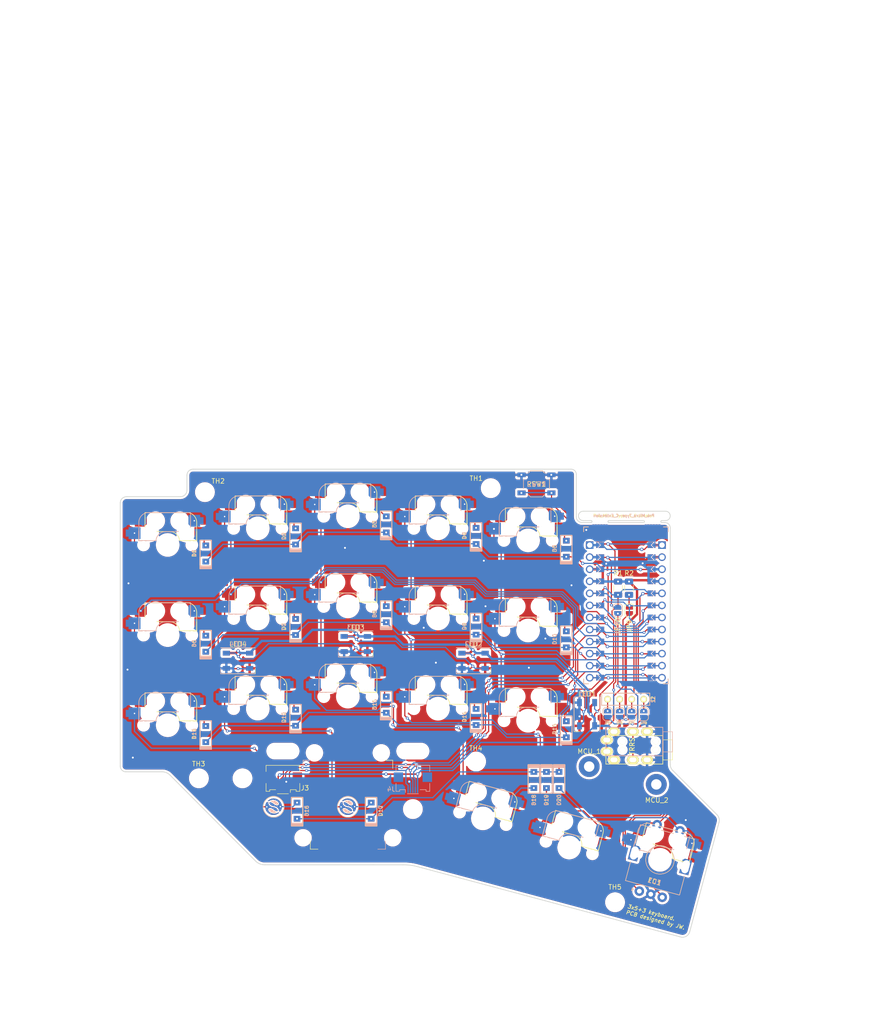
<source format=kicad_pcb>
(kicad_pcb (version 20211014) (generator pcbnew)
  (layers (0 "F.Cu" signal) (31 "B.Cu" signal) (34 "B.Paste" user) (35 "F.Paste" user) (36 "B.SilkS" user "B.Silkscreen") (37 "F.SilkS" user "F.Silkscreen") (38 "B.Mask" user) (39 "F.Mask" user) (44 "Edge.Cuts" user))
  (net 0 "")
  (net 1 "row0")
  (net 2 "row1")
  (net 3 "row2")
  (net 4 "row3")
  (net 5 "Net-(D11-Pad2)")
  (net 6 "Net-(D12-Pad2)")
  (net 7 "Net-(D13-Pad2)")
  (net 8 "Net-(D14-Pad2)")
  (net 9 "Net-(D15-Pad2)")
  (net 10 "Net-(D16-Pad2)")
  (net 11 "Net-(D17-Pad2)")
  (net 12 "Net-(D18-Pad2)")
  (net 13 "GND")
  (net 14 "col0")
  (net 15 "col1")
  (net 16 "col2")
  (net 17 "col3")
  (net 18 "SDA")
  (net 19 "LED")
  (net 20 "SCL")
  (net 21 "DATA")
  (net 22 "ENCB")
  (net 23 "ENCA")
  (net 24 "unconnected-(U1-Pad24)")
  (net 25 "Net-(J2-Pad1)")
  (net 26 "Net-(J2-Pad2)")
  (net 27 "Net-(J2-Pad3)")
  (net 28 "Net-(J2-Pad4)")
  (net 29 "Net-(D9-Pad2)")
  (net 30 "Net-(D8-Pad2)")
  (net 31 "Net-(D7-Pad2)")
  (net 32 "Net-(D6-Pad2)")
  (net 33 "Net-(D5-Pad2)")
  (net 34 "Net-(D4-Pad2)")
  (net 35 "Net-(D3-Pad2)")
  (net 36 "Net-(D2-Pad2)")
  (net 37 "Net-(D10-Pad2)")
  (net 38 "Net-(D1-Pad2)")
  (net 39 "Net-(LED1-Pad2)")
  (net 40 "sw_row")
  (net 41 "col4")
  (net 42 "Net-(D19-Pad2)")
  (net 43 "Net-(J1-Pad4)")
  (net 44 "Net-(LED2-Pad2)")
  (net 45 "Axis_Y")
  (net 46 "Axis_X")
  (net 47 "Net-(LED3-Pad2)")
  (net 48 "unconnected-(LED4-Pad2)")
  (net 49 "Net-(J1-Pad2)")
  (net 50 "VCC")
  (net 51 "BT")
  (net 52 "RST")
  (footprint "jw_custom_footprint:Molex_200528-0050_1x05-1MP_P0.5mm_Horizontal" (layer "F.Cu") (at 132.236196 125.259803 180)
    (fp_text reference "J3")
    (fp_text value "Conn_01x05_Female")
  )
  (footprint "jw_custom_footprint:CherryMX_Hotswap" (layer "F.Cu") (at 211.747826 140.867992 -15)
    (fp_text reference "SW20" hide)
    (fp_text value "SW20")
  )
  (footprint "Jumper:SolderJumper-2_P1.3mm_Open_RoundedPad1.0x1.5mm" (layer "F.Cu") (at 208.324277 110.155229 -90)
    (fp_text reference "JP8")
    (fp_text value "JP8")
  )
  (footprint "MountingHole:MountingHole_2.7mm_M2.5" (layer "F.Cu") (at 152.982592 118.319969 180)
    (fp_text reference "JS_HOLE_1" hide)
    (fp_text value "HOLE")
  )
  (footprint "jw_custom_footprint:CherryMX_Hotswap" (layer "F.Cu") (at 126.936966 71.003075)
    (fp_text reference "SW2" hide)
    (fp_text value "SW2")
  )
  (footprint "jw_custom_footprint:Breakaway_Tabs_1x05_0.3mm" (layer "F.Cu") (at 199.098626 69.553594)
    (fp_text reference "REF**")
    (fp_text value "Breakaway_Tabs_1x05_0.3mm")
  )
  (footprint "jw_custom_footprint:Diode_SOD123_THT_2" (layer "F.Cu") (at 172.962028 110.759228 90)
    (fp_text reference "D14")
    (fp_text value "D")
  )
  (footprint "MountingHole:MountingHole_3.2mm_M3" (layer "F.Cu") (at 176.060016 62.534394)
    (fp_text reference "TH1")
    (fp_text value "HOLE")
  )
  (footprint "MountingHole:MountingHole_3.2mm_M3" (layer "F.Cu") (at 115.786626 63.372594)
    (fp_text reference "TH2")
    (fp_text value "HOLE")
  )
  (footprint "jw_custom_footprint:Diode_SOD123_THT_2" (layer "F.Cu") (at 154.012628 70.171628 90)
    (fp_text reference "D3")
    (fp_text value "D")
  )
  (footprint "jw_custom_footprint:CherryMX_Hotswap" (layer "F.Cu") (at 183.936264 92.542875)
    (fp_text reference "SW10" hide)
    (fp_text value "SW10")
  )
  (footprint "jw_custom_footprint:Diode_SOD123_THT_2" (layer "F.Cu") (at 134.909078 91.784428 90)
    (fp_text reference "D7")
    (fp_text value "D")
  )
  (footprint "jw_custom_footprint:Diode_SOD123_THT_2" (layer "F.Cu") (at 115.962228 76.308828 90)
    (fp_text reference "D1")
    (fp_text value "D")
  )
  (footprint "jw_custom_footprint:Diode_SOD123_THT_2" (layer "F.Cu") (at 191.984878 75.299428 90)
    (fp_text reference "D5")
    (fp_text value "D")
  )
  (footprint "Jumper:SolderJumper-2_P1.3mm_Open_RoundedPad1.0x1.5mm" (layer "F.Cu") (at 205.784277 110.155229 -90)
    (fp_text reference "JP7")
    (fp_text value "JP7")
  )
  (footprint "jw_custom_footprint:Diode_SOD123_THT_2" (layer "F.Cu") (at 154.012628 108.168028 90)
    (fp_text reference "D13")
    (fp_text value "D")
  )
  (footprint "jw_custom_footprint:CherryMX_Hotswap" (layer "F.Cu") (at 145.936366 68.462315)
    (fp_text reference "SW3" hide)
    (fp_text value "SW3")
  )
  (footprint "SofleKeyboard-footprint:OLED_4Pin" (layer "F.Cu") (at 200.704277 107.019302)
    (fp_text reference "J2")
    (fp_text value "OLED" hide)
  )
  (footprint "jw_custom_footprint:R_1206_DoubleSided" (layer "F.Cu") (at 202.900798 83.618547 -90)
    (fp_text reference "R1")
    (fp_text value "R")
  )
  (footprint "jw_custom_footprint:CherryMX_Hotswap" (layer "F.Cu") (at 183.936264 111.542875)
    (fp_text reference "SW15" hide)
    (fp_text value "SW15")
  )
  (footprint "jw_custom_footprint:CherryMX_Hotswap" (layer "F.Cu") (at 107.936766 112.502475)
    (fp_text reference "SW11" hide)
    (fp_text value "SW11")
  )
  (footprint "jw_custom_footprint:RotaryEncoder_Alps_EC11E-Switch_Vertical_H20mm" (layer "F.Cu") (at 211.747826 140.867994 165)
    (fp_text reference "EC1")
    (fp_text value "Rotary_Encoder_Switch")
  )
  (footprint "jw_custom_footprint:CherryMX_Hotswap" (layer "F.Cu") (at 145.936366 106.462475)
    (fp_text reference "SW13" hide)
    (fp_text value "SW13")
  )
  (footprint "jw_custom_footprint:CherryMX_Hotswap" (layer "F.Cu") (at 164.936566 71.002515)
    (fp_text reference "SW4" hide)
    (fp_text value "SW4")
  )
  (footprint "Jumper:SolderJumper-2_P1.3mm_Open_RoundedPad1.0x1.5mm" (layer "F.Cu") (at 203.244277 110.155229 -90)
    (fp_text reference "JP6")
    (fp_text value "JP6")
  )
  (footprint "MountingHole:MountingHole_3.2mm_M3" (layer "F.Cu") (at 159.636337 130.174594)
    (fp_text reference "JY_BT_2" hide)
    (fp_text value "HOLE")
  )
  (footprint "jw_custom_footprint:LED_WS2812B_PLCC4_5.0x5.0mm_P3.2mm_double_side" (layer "F.Cu") (at 172.431 98.9076)
    (fp_text reference "LED2")
    (fp_text value "WS2812B")
  )
  (footprint "jw_custom_footprint:CherryMX_Hotswap" (layer "F.Cu") (at 164.936566 109.002875)
    (fp_text reference "SW14" hide)
    (fp_text value "SW14")
  )
  (footprint "jw_custom_footprint:CherryMX_Hotswap" (layer "F.Cu") (at 192.596226 138.277194 -15)
    (fp_text reference "SW19" hide)
    (fp_text value "SW19")
  )
  (footprint "MountingHole:MountingHole_3.2mm_M3" (layer "F.Cu") (at 123.711426 123.688594)
    (fp_text reference "JY_BT_1" hide)
    (fp_text value "HOLE")
  )
  (footprint "jw_custom_footprint:Diode_SOD123_THT_2" (layer "F.Cu") (at 150.838626 130.506594 90)
    (fp_text reference "D17")
    (fp_text value "D")
  )
  (footprint "jw_custom_footprint:Mounting_Hole_7x3mm" (layer "F.Cu") (at 159.636337 117.944)
    (fp_text reference "JY_CABLE_2" hide)
    (fp_text value "HOLE")
  )
  (footprint "jw_custom_footprint:LED_WS2812B_PLCC4_5.0x5.0mm_P3.2mm_double_side" (layer "F.Cu") (at 196.3674 110.179114 -90)
    (fp_text reference "LED1")
    (fp_text value "WS2812B")
  )
  (footprint "jw_custom_footprint:CherryMX_Hotswap" (layer "F.Cu") (at 174.3964 132.1308 -15)
    (fp_text reference "SW18" hide)
    (fp_text value "SW18")
  )
  (footprint "jw_custom_footprint:CherryMX_Hotswap" (layer "F.Cu") (at 126.936966 90.002675)
    (fp_text reference "SW7" hide)
    (fp_text value "SW7")
  )
  (footprint "jw_custom_footprint:contact_button_pad_letter_S_3.5mm" (layer "F.Cu") (at 130.278218 129.690794)
    (fp_text reference "SW16" hide)
    (fp_text value "SW_Contact_Pad")
  )
  (footprint "jw_custom_footprint:CherryMX_Hotswap" (layer "F.Cu") (at 107.936766 74.501675)
    (fp_text reference "SW1" hide)
    (fp_text value "SW1")
  )
  (footprint "jw_custom_footprint:CherryMX_Hotswap" (layer "F.Cu") (at 145.936366 87.462275)
    (fp_text reference "SW8" hide)
    (fp_text value "SW8")
  )
  (footprint "MountingHole:MountingHole_2.7mm_M2.5" (layer "F.Cu") (at 138.887081 118.319459 180)
    (fp_text reference "JS_HOLE_2" hide)
    (fp_text value "HOLE")
  )
  (footprint "jw_custom_footprint:Diode_SOD123_THT_2" (layer "F.Cu") (at 191.984878 113.350028 90)
    (fp_text reference "D15")
    (fp_text value "D")
  )
  (footprint "jw_custom_footprint:Diode_SOD123_THT_2" (layer "F.Cu") (at 115.962228 114.360428 90)
    (fp_text reference "D11")
    (fp_text value "D")
  )
  (footprint "MountingHole:MountingHole_3.2mm_M3" (layer "F.Cu") (at 172.974 120.142)
    (fp_text reference "TH4")
    (fp_text value "HOLE")
  )
  (footprint "MountingHole:MountingHole_2.2mm_M2_Pad" (layer "F.Cu") (at 196.812626 121.208394)
    (fp_text reference "MCU_1")
    (fp_text value "HOLE")
  )
  (footprint "jw_custom_footprint:LED_WS2812B_PLCC4_5.0x5.0mm_P3.2mm_double_side" (layer "F.Cu") (at 147.5946 95.377)
    (fp_text reference "LED3")
    (fp_text value "WS2812B")
  )
  (footprint "jw_custom_footprint:Diode_SOD123_THT_2" (layer "F.Cu") (at 172.962028 91.708028 90)
    (fp_text reference "D9")
    (fp_text value "D")
  )
  (footprint "jw_custom_footprint:MJ-4PP-9" (layer "F.Cu") (at 212.337338 117.685915 -90)
    (fp_text reference "J1")
    (fp_text value "4PIN" hide)
  )
  (footprint "MountingHole:MountingHole_2.2mm_M2_Pad" (layer "F.Cu") (at 210.9724 124.967594)
    (fp_text reference "MCU_2")
    (fp_text value "HOLE")
  )
  (footprint "MountingHole:MountingHole_2.7mm_M2.5" (layer "F.Cu") (at 136.486592 136.219577 180)
    (fp_text reference "JS_HOLE_3" hide)
    (fp_text value "HOLE")
  )
  (footprint "Jumper:SolderJumper-2_P1.3mm_Open_RoundedPad1.0x1.5mm" (layer "F.Cu") (at 202.840881 88.287313 90)
    (fp_text reference "JP10")
    (fp_text value "IC2SDA")
  )
  (footprint "MountingHole:MountingHole_3.2mm_M3" (layer "F.Cu") (at 202.273626 149.808794)
    (fp_text reference "TH5")
    (fp_text value "HOLE")
  )
  (footprint "jw_custom_footprint:LED_WS2812B_PLCC4_5.0x5.0mm_P3.2mm_double_side" (layer "F.Cu") (at 122.7582 98.9076)
    (fp_text reference "LED4")
    (fp_text value "WS2812B")
  )
  (footprint "jw_custom_footprint:Diode_SOD123_THT_2" (layer "F.Cu") (at 154.012628 89.1028 90)
    (fp_text reference "D8")
    (fp_text value "D")
  )
  (footprint "jw_custom_footprint:contact_button_pad_letter_S_3.5mm" (layer "F.Cu") (at 145.936592 129.690794)
    (fp_text reference "SW17" hide)
    (fp_text value "SW_Contact_Pad")
  )
  (footprint "jw_custom_footprint:CherryMX_Hotswap" (layer "F.Cu") (at 164.936566 90.002475)
    (fp_text reference "SW9" hide)
    (fp_text value "SW9")
  )
  (footprint "jw_custom_footprint:CherryMX_Hotswap" (layer "F.Cu") (at 183.936264 73.543075)
    (fp_text reference "SW5" hide)
    (fp_text value "SW5")
  )
  (footprint "Jumper:SolderJumper-2_P1.3mm_Open_RoundedPad1.0x1.5mm" (layer "F.Cu") (at 205.297168 88.287313 90)
    (fp_text reference "JP9")
    (fp_text value "I2CSCL")
  )
  (footprint "jw_custom_footprint:Diode_SOD123_THT_2" (layer "F.Cu") (at 191.984878 94.395428 90)
    (fp_text reference "D10")
    (fp_text value "D")
  )
  (footprint "MountingHole:MountingHole_3.2mm_M3" (layer "F.Cu") (at 114.516626 123.688594)
    (fp_text reference "TH3")
    (fp_text value "HOLE")
  )
  (footprint "jw_custom_footprint:Diode_SOD123_THT_2" (layer "F.Cu") (at 115.962228 95.309228 90)
    (fp_text reference "D6")
    (fp_text value "D")
  )
  (footprint "jw_custom_footprint:Diode_SOD123_THT_2" (layer "F.Cu") (at 134.909078 72.708628 90)
    (fp_text reference "D2")
    (fp_text value "D")
  )
  (footprint "jw_custom_footprint:Breakaway_Tabs_1x05_0.3mm" (layer "F.Cu") (at 210.147626 69.553594)
    (fp_text reference "REF**")
    (fp_text value "Breakaway_Tabs_1x05_0.3mm")
  )
  (footprint "jw_custom_footprint:Diode_SOD123_THT_2" (layer "F.Cu") (at 134.909078 110.911028 90)
    (fp_text reference "D12")
    (fp_text value "D")
  )
  (footprint "jw_custom_footprint:Diode_SOD123_THT_2" (layer "F.Cu") (at 172.962028 72.596 90)
    (fp_text reference "D4")
    (fp_text value "D")
  )
  (footprint "MountingHole:MountingHole_2.7mm_M2.5" (layer "F.Cu") (at 155.386392 136.220177 180)
    (fp_text reference "JS_HOLE_4" hide)
    (fp_text value "HOLE")
  )
  (footprint "jw_custom_footprint:Diode_SOD123_THT_2" (layer "F.Cu") (at 185.145111 124.035915 -90)
    (fp_text reference "D18")
    (fp_text value "D")
  )
  (footprint "jw_custom_footprint:CherryMX_Hotswap" (layer "F.Cu") (at 107.936766 93.502075)
    (fp_text reference "SW6" hide)
    (fp_text value "SW6")
  )
  (footprint "jw_custom_footprint:R_1206_DoubleSided" (layer "F.Cu") (at 205.225898 83.618547 -90)
    (fp_text reference "R2")
    (fp_text value "R")
  )
  (footprint "Button_Switch_SMD:SW_SPST_TL3342" (layer "F.Cu") (at 185.6994 61.62439)
    (fp_text reference "RSW1")
    (fp_text value "SW_RST")
  )
  (footprint "Jumper:SolderJumper-2_P1.3mm_Open_RoundedPad1.0x1.5mm" (layer "F.Cu") (at 200.704277 110.155229 -90)
    (fp_text reference "JP5")
    (fp_text value "JP5")
  )
  (footprint "jw_custom_footprint:Mounting_Hole_7x3mm" (layer "F.Cu") (at 132.236141 117.944)
    (fp_text reference "JY_CABLE_1" hide)
    (fp_text value "HOLE")
  )
  (footprint "jw_custom_footprint:Diode_SOD123_THT_2" (layer "F.Cu") (at 190.46245 124.035915 -90)
    (fp_text reference "D20")
    (fp_text value "D")
  )
  (footprint "jw_custom_footprint:Nintendo_Switch_JOYSTICK" (layer "F.Cu") (at 145.936592 129.219854)
    (fp_text reference "REF**" hide)
    (fp_text value "Nintendo_Switch_JOYSTICK")
  )
  (footprint "jw_custom_footprint:Diode_SOD123_THT_2" (layer "F.Cu") (at 187.80378 124.035915 -90)
    (fp_text reference "D19")
    (fp_text value "D")
  )
  (footprint "jw_custom_footprint:Diode_SOD123_THT_2" (layer "F.Cu") (at 135.217626 130.506594 90)
    (fp_text reference "D16")
    (fp_text value "D")
  )
  (footprint "jw_custom_footprint:CherryMX_Hotswap" (layer "F.Cu") (at 126.936966 109.002275)
    (fp_text reference "SW12" hide)
    (fp_text value "SW12")
  )
  (footprint "jw_custom_footprint:Nintendo_Switch_JOYSTICK" (layer "B.Cu") (at 145.936592 129.219854 180)
    (fp_text reference "REF**" hide)
    (fp_text value "Nintendo_Switch_JOYSTICK")
  )
  (footprint "Button_Switch_SMD:SW_SPST_TL3342" (layer "B.Cu") (at 185.6994 61.62439 180)
    (fp_text reference "RSW2")
    (fp_text value "SW_RST")
  )
  (footprint "Jumper:SolderJumper-2_P1.3mm_Open_RoundedPad1.0x1.5mm" (layer "B.Cu") (at 205.784277 110.155229 -90)
    (fp_text reference "JP3")
    (fp_text value "JP3")
  )
  (footprint "Jumper:SolderJumper-2_P1.3mm_Open_RoundedPad1.0x1.5mm" (layer "B.Cu") (at 202.840881 88.287313 90)
    (fp_text reference "JP11")
    (fp_text value "Serial")
  )
  (footprint "jw_custom_footprint:ProMicro_jumper_pad_only" (layer "B.Cu") (at 204.559626 87.237894 180)
    (fp_text reference "U1" hide)
    (fp_text value "ProMicro" hide)
  )
  (footprint "jw_custom_footprint:Molex_200528-0050_1x05-1MP_P0.5mm_Horizontal" (layer "B.Cu") (at 159.636337 125.259803)
    (fp_text reference "J4")
    (fp_text value "Conn_01x05_Female")
  )
  (footprint "Jumper:SolderJumper-2_P1.3mm_Open_RoundedPad1.0x1.5mm" (layer "B.Cu") (at 208.324277 110.155229 -90)
    (fp_text reference "JP4")
    (fp_text value "JP4")
  )
  (footprint "Jumper:SolderJumper-2_P1.3mm_Open_RoundedPad1.0x1.5mm" (layer "B.Cu") (at 203.244277 110.155229 -90)
    (fp_text reference "JP2")
    (fp_text value "JP2")
  )
  (footprint "Jumper:SolderJumper-2_P1.3mm_Open_RoundedPad1.0x1.5mm" (layer "B.Cu") (at 200.704277 110.155229 -90)
    (fp_text reference "JP1")
    (fp_text value "JP1")
  )
  (gr_arc (start 111.997124 59.892794) (mid 112.353386 58.932247) (end 113.297426 58.5343) (layer "Edge.Cuts") (width 0.15))
  (gr_arc (start 212.890626 67.390595) (mid 213.905971 68.376334) (end 212.895426 69.366994) (layer "Edge.Cuts") (width 0.15))
  (gr_arc (start 112.000612 62.93971) (mid 111.589804 63.92646) (end 110.603321 64.337915) (layer "Edge.Cuts") (width 0.15))
  (gr_line (start 106.72269 122.3218) (end 99.06 122.3218) (layer "Edge.Cuts") (width 0.15))
  (gr_line (start 200.978256 69.366994) (end 208.267068 69.366993) (layer "Edge.Cuts") (width 0.15))
  (gr_arc (start 197.218068 69.366993) (mid 197.422226 69.571121) (end 197.218068 69.775248) (layer "Edge.Cuts") (width 0.15))
  (gr_line (start 126.4412 141.097) (end 108.44209 123.035) (layer "Edge.Cuts") (width 0.15))
  (gr_line (start 218.019702 156.022297) (end 224.193826 132.968594) (layer "Edge.Cuts") (width 0.15))
  (gr_line (start 99.348511 64.337915) (end 110.603321 64.337915) (layer "Edge.Cuts") (width 0.15))
  (gr_arc (start 99.06 122.3218) (mid 98.271988 121.950046) (end 97.929166 121.149) (layer "Edge.Cuts") (width 0.15))
  (gr_arc (start 128.4732 141.912181) (mid 127.370426 141.720889) (end 126.4412 141.097) (layer "Edge.Cuts") (width 0.15))
  (gr_line (start 157.582453 141.920181) (end 128.4732 141.912181) (layer "Edge.Cuts") (width 0.15))
  (gr_line (start 197.218068 69.775248) (end 195.313317 69.770249) (layer "Edge.Cuts") (width 0.15))
  (gr_line (start 194.100178 59.6392) (end 194.100178 68.55711) (layer "Edge.Cuts") (width 0.15))
  (gr_arc (start 106.72269 122.3218) (mid 107.658626 122.494596) (end 108.44209 123.035) (layer "Edge.Cuts") (width 0.15))
  (gr_line (start 212.890626 67.390595) (end 195.564669 67.390476) (layer "Edge.Cuts") (width 0.15))
  (gr_line (start 212.895426 69.366994) (end 212.128846 69.366994) (layer "Edge.Cuts") (width 0.15))
  (gr_arc (start 214.461347 122.046594) (mid 214.043512 121.417546) (end 213.906016 120.674994) (layer "Edge.Cuts") (width 0.15))
  (gr_line (start 111.997124 59.892794) (end 112.000612 62.93971) (layer "Edge.Cuts") (width 0.15))
  (gr_arc (start 218.019702 156.022297) (mid 217.285805 156.974268) (end 216.093146 157.123994) (layer "Edge.Cuts") (width 0.15))
  (gr_arc (start 195.313317 69.770249) (mid 194.455484 69.414935) (end 194.100178 68.55711) (layer "Edge.Cuts") (width 0.15))
  (gr_arc (start 97.929166 65.63211) (mid 98.361259 64.680594) (end 99.348511 64.337915) (layer "Edge.Cuts") (width 0.15))
  (gr_arc (start 212.737616 69.775249) (mid 213.576626 70.103594) (end 213.906016 70.9422) (layer "Edge.Cuts") (width 0.15))
  (gr_line (start 216.093146 157.123994) (end 160.770026 142.3468) (layer "Edge.Cuts") (width 0.15))
  (gr_arc (start 157.582453 141.920181) (mid 159.19209 142.01506) (end 160.770026 142.3468) (layer "Edge.Cuts") (width 0.15))
  (gr_arc (start 192.972911 58.534504) (mid 193.774821 58.843706) (end 194.100178 59.6392) (layer "Edge.Cuts") (width 0.15))
  (gr_arc (start 200.978256 69.775249) (mid 200.774098 69.571121) (end 200.978256 69.366994) (layer "Edge.Cuts") (width 0.15))
  (gr_line (start 208.267068 69.775248) (end 200.978256 69.775249) (layer "Edge.Cuts") (width 0.15))
  (gr_line (start 192.972911 58.534504) (end 113.297426 58.5343) (layer "Edge.Cuts") (width 0.15))
  (gr_line (start 214.461347 122.046594) (end 223.736626 131.317594) (layer "Edge.Cuts") (width 0.15))
  (gr_line (start 213.906016 120.674994) (end 213.906016 70.9422) (layer "Edge.Cuts") (width 0.15))
  (gr_arc (start 195.569469 69.366875) (mid 194.554124 68.381136) (end 195.564669 67.390476) (layer "Edge.Cuts") (width 0.15))
  (gr_line (start 195.569469 69.366875) (end 197.218068 69.366993) (layer "Edge.Cuts") (width 0.15))
  (gr_line (start 212.128846 69.775249) (end 212.737616 69.775249) (layer "Edge.Cuts") (width 0.15))
  (gr_arc (start 212.128846 69.775249) (mid 211.924688 69.571121) (end 212.128846 69.366994) (layer "Edge.Cuts") (width 0.15))
  (gr_arc (start 223.736626 131.317594) (mid 224.19344 132.079893) (end 224.193826 132.968594) (layer "Edge.Cuts") (width 0.15))
  (gr_line (start 97.929166 65.63211) (end 97.929166 121.149) (layer "Edge.Cuts") (width 0.15))
  (gr_arc (start 208.267068 69.366993) (mid 208.471226 69.571121) (end 208.267068 69.775248) (layer "Edge.Cuts") (width 0.15))
  (gr_text "Pro_Micro_Type-C_Extension" (at 204.127826 68.325594) (layer "B.SilkS") (effects (font (size 0.6 0.6) (thickness 0.12)) (justify mirror)))
  (gr_text "Pro_Micro_Type-C_Extension" (at 204.127826 68.325594) (layer "F.SilkS") (effects (font (size 0.6 0.6) (thickness 0.12))))
  (gr_text "3x5+3 keyboard.\nPCB designed by JW." (at 204.686626 151.231194 -15) (layer "F.SilkS") (effects (font (size 0.8 0.8) (thickness 0.15) italic) (justify left)))
  (segment (start 195.4276 87.9298) (end 195.4276 79.386568) (width 0.25) (layer "F.Cu") (net 1))
  (segment (start 198.395862 88.5444) (end 196.0372 88.5444) (width 0.25) (layer "F.Cu") (net 1))
  (segment (start 200.48652 89.839693) (end 199.691155 89.839693) (width 0.25) (layer "F.Cu") (net 1))
  (segment (start 195.4276 79.386568) (end 193.04046 76.999428) (width 0.25) (layer "F.Cu") (net 1))
  (segment (start 196.0372 88.5444) (end 195.4276 87.9348) (width 0.25) (layer "F.Cu") (net 1))
  (segment (start 199.678277 89.826815) (end 198.395862 88.5444) (width 0.25) (layer "F.Cu") (net 1))
  (segment (start 193.04046 76.999428) (end 191.984878 76.999428) (width 0.25) (layer "F.Cu") (net 1))
  (via (at 200.48652 89.839693) (size 0.6) (drill 0.3) (layers "F.Cu" "B.Cu") (net 1))
  (segment (start 137.446078 71.821628) (end 134.909078 74.358628) (width 0.25) (layer "B.Cu") (net 1))
  (segment (start 156.338 74.246) (end 172.912028 74.246) (width 0.25) (layer "B.Cu") (net 1))
  (segment (start 202.710827 92.064) (end 207.093092 92.064) (width 0.25) (layer "B.Cu") (net 1))
  (segment (start 134.909078 74.358628) (end 119.612428 74.358628) (width 0.25) (layer "B.Cu") (net 1))
  (segment (start 154.012628 71.821628) (end 137.446078 71.821628) (width 0.25) (layer "B.Cu") (net 1))
  (segment (start 119.612428 74.358628) (end 115.962228 78.008828) (width 0.25) (layer "B.Cu") (net 1))
  (segment (start 207.093092 92.064) (end 209.330277 89.826815) (width 0.25) (layer "B.Cu") (net 1))
  (segment (start 200.48652 89.839693) (end 202.710827 92.064) (width 0.25) (layer "B.Cu") (net 1))
  (segment (start 175.665456 76.999428) (end 172.962028 74.296) (width 0.25) (layer "B.Cu") (net 1))
  (segment (start 191.984878 76.999428) (end 175.665456 76.999428) (width 0.25) (layer "B.Cu") (net 1))
  (segment (start 154.013628 71.921628) (end 156.338 74.246) (width 0.25) (layer "B.Cu") (net 1))
  (segment (start 199.678277 97.446815) (end 200.529462 98.298) (width 0.25) (layer "F.Cu") (net 2))
  (segment (start 198.446498 98.678594) (end 199.678277 97.446815) (width 0.25) (layer "F.Cu") (net 2))
  (segment (start 196.316694 98.678594) (end 198.446498 98.678594) (width 0.25) (layer "F.Cu") (net 2))
  (segment (start 196.316694 98.673594) (end 195.0217 97.3786) (width 0.25) (layer "F.Cu") (net 2))
  (segment (start 196.316694 98.678594) (end 196.316694 98.673594) (width 0.25) (layer "F.Cu") (net 2))
  (segment (start 200.529462 98.298) (end 200.66 98.298) (width 0.25) (layer "F.Cu") (net 2))
  (via (at 195.0217 97.3786) (size 0.6) (drill 0.3) (layers "F.Cu" "B.Cu") (net 2))
  (via (at 200.66 98.298) (size 0.7) (drill 0.4) (layers "F.Cu" "B.Cu") (net 2))
  (segment (start 177.000824 96.095428) (end 191.984878 96.095428) (width 0.25) (layer "B.Cu") (net 2))
  (segment (start 195.0217 97.3786) (end 193.738528 96.095428) (width 0.25) (layer "B.Cu") (net 2))
  (segment (start 172.962028 93.408028) (end 174.313424 93.408028) (width 0.25) (layer "B.Cu") (net 2))
  (segment (start 137.640706 90.7528) (end 134.959078 93.434428) (width 0.25) (layer "B.Cu") (net 2))
  (segment (start 172.962028 93.358028) (end 156.567856 93.358028) (width 0.25) (layer "B.Cu") (net 2))
  (segment (start 156.567856 93.358028) (end 154.012628 90.8028) (width 0.25) (layer "B.Cu") (net 2))
  (segment (start 137.690706 90.8028) (end 154.012628 90.8028) (width 0.25) (layer "B.Cu") (net 2))
  (segment (start 134.959078 93.434428) (end 119.537028 93.434428) (width 0.25) (layer "B.Cu") (net 2))
  (segment (start 208.479092 98.298) (end 209.330277 97.446815) (width 0.25) (layer "B.Cu") (net 2))
  (segment (start 119.537028 93.434428) (end 115.962228 97.009228) (width 0.25) (layer "B.Cu") (net 2))
  (segment (start 137.640706 90.7528) (end 137.690706 90.8028) (width 0.25) (layer "B.Cu") (net 2))
  (segment (start 200.66 98.298) (end 208.479092 98.298) (width 0.25) (layer "B.Cu") (net 2))
  (segment (start 174.313424 93.408028) (end 177.000824 96.095428) (width 0.25) (layer "B.Cu") (net 2))
  (segment (start 193.738528 96.095428) (end 191.984878 96.095428) (width 0.25) (layer "B.Cu") (net 2))
  (segment (start 198.446498 101.218594) (end 199.678277 99.986815) (width 0.25) (layer "F.Cu") (net 3))
  (segment (start 200.622185 99.986815) (end 200.66 99.949) (width 0.25) (layer "F.Cu") (net 3))
  (segment (start 193.764626 103.466174) (end 196.012206 101.218594) (width 0.25) (layer "F.Cu") (net 3))
  (segment (start 196.012206 101.218594) (end 198.446498 101.218594) (width 0.25) (layer "F.Cu") (net 3))
  (segment (start 199.678277 99.986815) (end 200.622185 99.986815) (width 0.25) (layer "F.Cu") (net 3))
  (segment (start 193.764626 104.181699) (end 193.764626 103.466174) (width 0.25) (layer "F.Cu") (net 3))
  (via (at 200.66 99.949) (size 0.7) (drill 0.4) (layers "F.Cu" "B.Cu") (net 3))
  (via (at 193.764626 104.181699) (size 0.6) (drill 0.3) (layers "F.Cu" "B.Cu") (net 3))
  (segment (start 176.806248 112.409228) (end 179.447048 115.050028) (width 0.25) (layer "B.Cu") (net 3))
  (segment (start 115.962228 116.060428) (end 119.411628 112.611028) (width 0.25) (layer "B.Cu") (net 3))
  (segment (start 154.012628 109.818028) (end 137.652078 109.818028) (width 0.25) (layer "B.Cu") (net 3))
  (segment (start 193.764626 104.181699) (end 193.764626 105.409594) (width 0.25) (layer "B.Cu") (net 3))
  (segment (start 137.652078 109.818028) (end 134.909078 112.561028) (width 0.25) (layer "B.Cu") (net 3))
  (segment (start 190.8992 113.085168) (end 191.984878 114.170846) (width 0.25) (layer "B.Cu") (net 3))
  (segment (start 173.039028 112.409228) (end 176.806248 112.409228) (width 0.25) (layer "B.Cu") (net 3))
  (segment (start 200.697815 99.986815) (end 209.330277 99.986815) (width 0.25) (layer "B.Cu") (net 3))
  (segment (start 192.7352 108.632196) (end 190.8992 110.468196) (width 0.25) (layer "B.Cu") (net 3))
  (segment (start 200.66 99.949) (end 200.697815 99.986815) (width 0.25) (layer "B.Cu") (net 3))
  (segment (start 192.7352 106.43902) (end 192.7352 108.632196) (width 0.25) (layer "B.Cu") (net 3))
  (segment (start 172.962028 112.409228) (end 156.603828 112.409228) (width 0.25) (layer "B.Cu") (net 3))
  (segment (start 190.8992 110.468196) (end 190.8992 113.085168) (width 0.25) (layer "B.Cu") (net 3))
  (segment (start 193.764626 105.409594) (end 192.7352 106.43902) (width 0.25) (layer "B.Cu") (net 3))
  (segment (start 119.411628 112.611028) (end 134.909078 112.611028) (width 0.25) (layer "B.Cu") (net 3))
  (segment (start 191.984878 114.170846) (end 191.984878 115.050028) (width 0.25) (layer "B.Cu") (net 3))
  (segment (start 179.447048 115.050028) (end 191.984878 115.050028) (width 0.25) (layer "B.Cu") (net 3))
  (segment (start 156.603828 112.409228) (end 154.012628 109.818028) (width 0.25) (layer "B.Cu") (net 3))
  (segment (start 192.942037 105.349005) (end 193.389448 104.901594) (width 0.25) (layer "F.Cu") (net 4))
  (segment (start 197.303498 104.901594) (end 199.678277 102.526815) (width 0.25) (layer "F.Cu") (net 4))
  (segment (start 190.4492 114.1934) (end 190.46245 114.20665) (width 0.25) (layer "F.Cu") (net 4))
  (segment (start 190.46245 114.20665) (end 190.46245 122.330915) (width 0.25) (layer "F.Cu") (net 4))
  (segment (start 199.678277 102.526815) (end 200.850785 102.526815) (width 0.25) (layer "F.Cu") (net 4))
  (segment (start 200.850785 102.526815) (end 200.8632 102.5144) (width 0.25) (layer "F.Cu") (net 4))
  (segment (start 193.389448 104.901594) (end 197.303498 104.901594) (width 0.25) (layer "F.Cu") (net 4))
  (via (at 200.8632 102.5144) (size 0.7) (drill 0.4) (layers "F.Cu" "B.Cu") (net 4))
  (via (at 192.942037 105.349005) (size 0.6) (drill 0.3) (layers "F.Cu" "B.Cu") (net 4))
  (via (at 190.4492 114.1934) (size 0.6) (drill 0.3) (layers "F.Cu" "B.Cu") (net 4))
  (segment (start 192.942037 105.349005) (end 192.2852 106.005842) (width 0.25) (layer "B.Cu") (net 4))
  (segment (start 163.818026 127.761594) (end 155.283626 127.761594) (width 0.25) (layer "B.Cu") (net 4))
  (segment (start 135.217626 132.206594) (end 150.838626 132.206594) (width 0.25) (layer "B.Cu") (net 4))
  (segment (start 200.875615 102.526815) (end 209.330277 102.526815) (width 0.25) (layer "B.Cu") (net 4))
  (segment (start 155.283626 127.761594) (end 150.838626 132.206594) (width 0.25) (layer "B.Cu") (net 4))
  (segment (start 192.2852 106.005842) (end 192.2852 108.4458) (width 0.25) (layer "B.Cu") (net 4))
  (segment (start 187.80378 122.330915) (end 185.145111 122.330915) (width 0.25) (layer "B.Cu") (net 4))
  (segment (start 200.8632 102.5144) (end 200.875615 102.526815) (width 0.25) (layer "B.Cu") (net 4))
  (segment (start 185.145111 122.335915) (end 169.243705 122.335915) (width 0.25) (layer "B.Cu") (net 4))
  (segment (start 169.243705 122.335915) (end 163.818026 127.761594) (width 0.25) (layer "B.Cu") (net 4))
  (segment (start 190.46245 122.330915) (end 187.80378 122.330915) (width 0.25) (layer "B.Cu") (net 4))
  (segment (start 192.2852 108.4458) (end 190.4492 110.2818) (width 0.25) (layer "B.Cu") (net 4))
  (segment (start 190.4492 110.2818) (end 190.4492 114.1934) (width 0.25) (layer "B.Cu") (net 4))
  (segment (start 115.6208 112.319) (end 115.6208 110.762516) (width 0.25) (layer "F.Cu") (net 5))
  (segment (start 114.0968 107.952509) (end 113.547366 107.403075) (width 0.25) (layer "F.Cu") (net 5))
  (segment (start 114.0968 109.238516) (end 114.0968 107.952509) (width 0.25) (layer "F.Cu") (net 5))
  (via (at 113.547366 107.403075) (size 0.6) (drill 0.3) (layers "F.Cu" "B.Cu") (net 5))
  (segment (start 134.5692 108.87115) (end 134.5692 107.210516) (width 0.25) (layer "F.Cu") (net 6))
  (segment (start 133.0452 105.686516) (end 133.0452 104.400509) (width 0.25) (layer "F.Cu") (net 6))
  (segment (start 133.0452 104.400509) (end 132.547566 103.902875) (width 0.25) (layer "F.Cu") (net 6))
  (via (at 132.547566 103.902875) (size 0.6) (drill 0.3) (layers "F.Cu" "B.Cu") (net 6))
  (segment (start 153.67 106.1254) (end 153.67 104.772116) (width 0.25) (layer "F.Cu") (net 7))
  (segment (start 152.0444 103.146516) (end 152.0444 101.860509) (width 0.25) (layer "F.Cu") (net 7))
  (segment (start 152.0444 101.860509) (end 151.546966 101.363075) (width 0.25) (layer "F.Cu") (net 7))
  (via (at 151.546966 101.363075) (size 0.6) (drill 0.3) (layers "F.Cu" "B.Cu") (net 7))
  (segment (start 172.6184 108.7156) (end 172.6184 107.260716) (width 0.25) (layer "F.Cu") (net 8))
  (segment (start 171.0436 104.399909) (end 170.547166 103.903475) (width 0.25) (layer "F.Cu") (net 8))
  (segment (start 171.0436 105.685916) (end 171.0436 104.399909) (width 0.25) (layer "F.Cu") (net 8))
  (via (at 170.547166 103.903475) (size 0.6) (drill 0.3) (layers "F.Cu" "B.Cu") (net 8))
  (segment (start 190.1444 107.041011) (end 189.546864 106.443475) (width 0.25) (layer "F.Cu") (net 9))
  (segment (start 191.6684 111.32855) (end 191.6684 109.846018) (width 0.25) (layer "F.Cu") (net 9))
  (segment (start 190.1444 108.327018) (end 190.1444 107.041011) (width 0.25) (layer "F.Cu") (net 9))
  (via (at 189.546864 106.443475) (size 0.6) (drill 0.3) (layers "F.Cu" "B.Cu") (net 9))
  (segment (start 134.362889 129.661331) (end 135.217626 128.806594) (width 0.25) (layer "B.Cu") (net 10))
  (segment (start 131.691557 129.661331) (end 134.362889 129.661331) (width 0.25) (layer "B.Cu") (net 10))
  (segment (start 149.983889 129.661331) (end 150.838626 128.806594) (width 0.25) (layer "B.Cu") (net 11))
  (segment (start 147.363055 129.661331) (end 149.983889 129.661331) (width 0.25) (layer "B.Cu") (net 11))
  (segment (start 181.72119 129.242833) (end 181.135645 128.657288) (width 0.25) (layer "F.Cu") (net 12))
  (segment (start 181.72119 131.490169) (end 181.72119 129.242833) (width 0.25) (layer "F.Cu") (net 12))
  (via (at 181.135645 128.657288) (size 0.6) (drill 0.3) (layers "F.Cu" "B.Cu") (net 12))
  (segment (start 181.135645 127.080975) (end 181.135645 128.657288) (width 0.25) (layer "B.Cu") (net 12))
  (segment (start 182.480705 125.735915) (end 181.135645 127.080975) (width 0.25) (layer "B.Cu") (net 12))
  (segment (start 185.145111 125.735915) (end 182.480705 125.735915) (width 0.25) (layer "B.Cu") (net 12))
  (segment (start 208.091966 78.365126) (end 209.330277 77.126815) (width 0.5) (layer "F.Cu") (net 13))
  (segment (start 200.406 78.468315) (end 199.678277 79.196038) (width 0.5) (layer "F.Cu") (net 13))
  (segment (start 132.736196 124.615524) (end 132.736196 126.169803) (width 0.3) (layer "F.Cu") (net 13))
  (segment (start 194.7672 110.6374) (end 194.7674 110.6376) (width 0.5) (layer "F.Cu") (net 13))
  (segment (start 199.678277 79.666815) (end 199.678277 82.206815) (width 0.5) (layer "F.Cu") (net 13))
  (segment (start 199.678277 79.196038) (end 199.678277 79.666815) (width 0.5) (layer "F.Cu") (net 13))
  (segment (start 208.091966 78.366715) (end 208.091966 78.365126) (width 0.5) (layer "F.Cu") (net 13))
  (segment (start 132.942926 124.408794) (end 132.736196 124.615524) (width 0.3) (layer "F.Cu") (net 13))
  (segment (start 194.7674 110.6376) (end 194.7674 112.624114) (width 0.5) (layer "F.Cu") (net 13))
  (via (at 187.579 94.229) (size 0.7) (drill 0.4) (layers "F.Cu" "B.Cu") (net 13))
  (via (at 193.0908 83.007) (size 0.7) (drill 0.4) (layers "F.Cu" "B.Cu") (net 13))
  (via (at 99.4664 100.7782) (size 0.7) (drill 0.4) (layers "F.Cu" "B.Cu") (net 13))
  (via (at 208.091966 78.366715) (size 0.7) (drill 0.4) (layers "F.Cu" "B.Cu") (net 13))
  (via (at 145.320711 75.11691) (size 0.7) (drill 0.4) (layers "F.Cu" "B.Cu") (net 13))
  (via (at 99.6696 82.5918) (size 0.7) (drill 0.4) (layers "F.Cu" "B.Cu") (net 13))
  (via (at 174.5996 77.8206) (size 0.7) (drill 0.4) (layers "F.Cu" "B.Cu") (net 13))
  (via (at 174.9552 87.4218) (size 0.7) (drill 0.4) (layers "F.Cu" "B.Cu") (net 13))
  (via (at 200.406 78.468315) (size 0.7) (drill 0.4) (layers "F.Cu" "B.Cu") (net 13))
  (via (at 184.0992 100.3758) (size 0.7) (drill 0.4) (layers "F.Cu" "B.Cu") (net 13))
  (via (at 188.82615 59.726105) (size 0.7) (drill 0.4) (layers "F.Cu" "B.Cu") (net 13))
  (via (at 182.52695 59.726105) (size 0.7) (drill 0.4) (layers "F.Cu" "B.Cu") (net 13))
  (via (at 217.183426 132.485994) (size 0.7) (drill 0.4) (layers "F.Cu" "B.Cu") (net 13))
  (via (at 100.584 119.3202) (size 0.7) (drill 0.4) (layers "F.Cu" "B.Cu") (net 13))
  (via (at 158.879126 124.383394) (size 0.7) (drill 0.4) (layers "F.Cu" "B.Cu") (net 13))
  (via (at 161.925 91.948) (size 0.7) (drill 0.4) (layers "F.Cu" "B.Cu") (net 13))
  (via (at 132.942926 124.408794) (size 0.7) (drill 0.4) (layers "F.Cu" "B.Cu") (net 13))
  (via (at 164.4904 99.314) (size 0.7) (drill 0.4) (layers "F.Cu" "B.Cu") (net 13))
  (via (at 196.203026 71.348194) (size 0.7) (drill 0.4) (layers "F.Cu" "B.Cu") (net 13))
  (via (at 194.7672 110.6374) (size 0.7) (drill 0.4) (layers "F.Cu" "B.Cu") (net 13))
  (segment (start 199.678277 77.740592) (end 199.678277 77.126815) (width 0.5) (layer "B.Cu") (net 13))
  (segment (start 208.091966 78.428504) (end 209.330277 79.666815) (width 0.5) (layer "B.Cu") (net 13))
  (segment (start 209.330277 82.206815) (end 209.330277 79.666815) (width 0.5) (layer "B.Cu") (net 13))
  (segment (start 208.091966 78.366715) (end 208.091966 78.428504) (width 0.5) (layer "B.Cu") (net 13))
  (segment (start 194.7672 110.6374) (end 194.7674 110.6372) (width 0.5) (layer "B.Cu") (net 13))
  (segment (start 200.406 78.468315) (end 199.678277 77.740592) (width 0.5) (layer "B.Cu") (net 13))
  (segment (start 194.7674 110.6372) (end 194.7674 107.724114) (width 0.5) (layer "B.Cu") (net 13))
  (segment (start 158.879126 124.383394) (end 159.136337 124.640605) (width 0.3) (layer "B.Cu") (net 13))
  (segment (start 159.136337 124.640605) (end 159.136337 126.169803) (width 0.3) (layer "B.Cu") (net 13))
  (segment (start 208.3816 92.964) (end 208.978785 92.366815) (width 0.25) (layer "F.Cu") (net 14))
  (segment (start 100.939066 75.149066) (end 100.939066 72.012475) (width 0.25) (layer "F.Cu") (net 14))
  (segment (start 101.6 108.056941) (end 101.6 109.352341) (width 0.25) (layer "F.Cu") (net 14))
  (segment (start 101.6 90.351941) (end 100.939066 91.012875) (width 0.25) (layer "F.Cu") (net 14))
  (segment (start 101.6 109.352341) (end 100.939066 110.013275) (width 0.25) (layer "F.Cu") (net 14))
  (segment (start 126.962626 118.109594) (end 126.962626 128.915202) (width 0.25) (layer "F.Cu") (net 14))
  (segment (start 102.259866 69.396275) (end 101.816626 69.839515) (width 0.25) (layer "F.Cu") (net 14))
  (segment (start 102.259866 95.443666) (end 102.259866 107.397075) (width 0.25) (layer "F.Cu") (net 14))
  (segment (start 101.816626 71.134915) (end 100.939066 72.012475) (width 0.25) (layer "F.Cu") (net 14))
  (segment (start 208.978785 92.366815) (end 209.330277 92.366815) (width 0.25) (layer "F.Cu") (net 14))
  (segment (start 126.962626 128.915202) (end 127.738218 129.690794) (width 0.25) (layer "F.Cu") (net 14))
  (segment (start 102.259866 76.469866) (end 100.939066 75.149066) (width 0.25) (layer "F.Cu") (net 14))
  (segment (start 101.6 89.056541) (end 101.6 90.351941) (width 0.25) (layer "F.Cu") (net 14))
  (segment (start 102.259866 88.396675) (end 102.259866 76.469866) (width 0.25) (layer "F.Cu") (net 14))
  (segment (start 126.200626 117.347594) (end 126.962626 118.109594) (width 0.25) (layer "F.Cu") (net 14))
  (segment (start 101.816626 69.839515) (end 101.816626 71.134915) (width 0.25) (layer "F.Cu") (net 14))
  (segment (start 100.939066 91.012875) (end 100.939066 94.122866) (width 0.25) (layer "F.Cu") (net 14))
  (segment (start 100.939066 94.122866) (end 102.259866 95.443666) (width 0.25) (layer "F.Cu") (net 14))
  (segment (start 127.738218 129.690794) (end 128.834813 129.690794) (width 0.25) (layer "F.Cu") (net 14))
  (via (at 102.259866 88.396675) (size 0.6) (drill 0.3) (layers "F.Cu" "B.Cu") (net 14))
  (via (at 126.200626 117.347594) (size 0.6) (drill 0.3) (layers "F.Cu" "B.Cu") (net 14))
  (via (at 208.3816 92.964) (size 0.6) (drill 0.3) (layers "F.Cu" "B.Cu") (net 14))
  (via (at 100.939066 91.012875) (size 0.6) (drill 0.3) (layers "F.Cu" "B.Cu") (net 14))
  (via (at 100.939066 72.012475) (size 0.6) (drill 0.3) (layers "F.Cu" "B.Cu") (net 14))
  (via (at 100.939066 110.013275) (size 0.6) (drill 0.3) (layers "F.Cu" "B.Cu") (net 14))
  (segment (start 196.039848 91.031248) (end 194.410626 89.402026) (width 0.25) (layer "B.Cu") (net 14))
  (segment (start 198.34771 91.036248) (end 196.039848 91.036248) (width 0.25) (layer "B.Cu") (net 14))
  (segment (start 104.4956 117.339) (end 100.939066 113.782466) (width 0.25) (layer "B.Cu") (net 14))
  (segment (start 191.228392 84.3882) (end 175.272192 84.3882) (width 0.25) (layer "B.Cu") (net 14))
  (segment (start 194.410626 89.402026) (end 194.410626 87.570434) (width 0.25) (layer "B.Cu") (net 14))
  (segment (start 126.200626 117.347594) (end 126.192032 117.339) (width 0.25) (layer "B.Cu") (net 14))
  (segment (start 208.3816 92.964) (end 200.275462 92.964) (width 0.25) (layer "B.Cu") (net 14))
  (segment (start 100.939066 113.782466) (end 100.939066 110.013275) (width 0.25) (layer "B.Cu") (net 14))
  (segment (start 104.508741 86.1478) (end 102.259866 88.396675) (width 0.25) (layer "B.Cu") (net 14))
  (segment (start 194.410626 87.570434) (end 191.228392 84.3882) (width 0.25) (layer "B.Cu") (net 14))
  (segment (start 175.272192 84.3882) (end 172.787992 81.904) (width 0.25) (layer "B.Cu") (net 14))
  (segment (start 118.03042 86.1478) (end 104.508741 86.1478) (width 0.25) (layer "B.Cu") (net 14))
  (segment (start 121.97662 82.2016) (end 118.03042 86.1478) (width 0.25) (layer "B.Cu") (net 14))
  (segment (start 200.275462 92.964) (end 198.34771 91.036248) (width 0.25) (layer "B.Cu") (net 14))
  (segment (start 153.585592 79.3132) (end 141.233604 79.3132) (width 0.25) (layer "B.Cu") (net 14))
  (segment (start 141.233604 79.3132) (end 138.345204 82.2016) (width 0.25) (layer "B.Cu") (net 14))
  (segment (start 172.787992 81.904) (end 156.176392 81.904) (width 0.25) (layer "B.Cu") (net 14))
  (segment (start 196.039848 91.036248) (end 196.039848 91.031248) (width 0.25) (layer "B.Cu") (net 14))
  (segment (start 156.176392 81.904) (end 153.585592 79.3132) (width 0.25) (layer "B.Cu") (net 14))
  (segment (start 138.345204 82.2016) (end 121.97662 82.2016) (width 0.25) (layer "B.Cu") (net 14))
  (segment (start 126.192032 117.339) (end 104.4956 117.339) (width 0.25) (layer "B.Cu") (net 14))
  (segment (start 121.260066 84.897275) (end 121.260066 72.898466) (width 0.25) (layer "F.Cu") (net 15))
  (segment (start 119.939266 92.404734) (end 119.939266 87.513475) (width 0.25) (layer "F.Cu") (net 15))
  (segment (start 142.583626 128.915202) (end 143.359218 129.690794) (width 0.25) (layer "F.Cu") (net 15))
  (segment (start 120.5992 105.853141) (end 119.939266 106.513075) (width 0.25) (layer "F.Cu") (net 15))
  (segment (start 121.260066 72.898466) (end 119.939266 71.577666) (width 0.25) (layer "F.Cu") (net 15))
  (segment (start 119.939266 113.132066) (end 119.939266 106.513075) (width 0.25) (layer "F.Cu") (net 15))
  (segment (start 142.583626 114.0968) (end 142.583626 128.915202) (width 0.25) (layer "F.Cu") (net 15))
  (segment (start 142.202626 113.7158) (end 142.583626 114.0968) (width 0.25) (layer "F.Cu") (net 15))
  (segment (start 120.5992 85.558141) (end 120.5992 86.853541) (width 0.25) (layer "F.Cu") (net 15))
  (segment (start 208.063815 94.906815) (end 209.330277 94.906815) (width 0.25) (layer "F.Cu") (net 15))
  (segment (start 120.5992 86.853541) (end 119.939266 87.513475) (width 0.25) (layer "F.Cu") (net 15))
  (segment (start 120.7516 66.406141) (end 120.7516 67.701541) (width 0.25) (layer "F.Cu") (net 15))
  (segment (start 121.260066 103.896875) (end 118.580626 101.217435) (width 0.25) (layer "F.Cu") (net 15))
  (segment (start 118.580626 101.217435) (end 118.580626 93.763374) (width 0.25) (layer "F.Cu") (net 15))
  (segment (start 118.580626 93.763374) (end 119.939266 92.404734) (width 0.25) (layer "F.Cu") (net 15))
  (segment (start 120.523 113.7158) (end 119.939266 113.132066) (width 0.25) (layer "F.Cu") (net 15))
  (segment (start 120.7516 67.701541) (end 119.939266 68.513875) (width 0.25) (layer "F.Cu") (net 15))
  (segment (start 119.939266 71.577666) (end 119.939266 68.513875) (width 0.25) (layer "F.Cu") (net 15))
  (segment (start 120.5992 104.557741) (end 120.5992 105.853141) (width 0.25) (layer "F.Cu") (net 15))
  (segment (start 143.359218 129.690794) (end 144.493187 129.690794) (width 0.25) (layer "F.Cu") (net 15))
  (segment (start 208.026 94.869) (end 208.063815 94.906815) (width 0.25) (layer "F.Cu") (net 15))
  (via (at 208.026 94.869) (size 0.7) (drill 0.4) (layers "F.Cu" "B.Cu") (net 15))
  (via (at 142.202626 113.7158) (size 0.6) (drill 0.3) (layers "F.Cu" "B.Cu") (net 15))
  (via (at 119.939266 106.513075) (size 0.6) (drill 0.3) (layers "F.Cu" "B.Cu") (net 15))
  (via (at 120.523 113.7158) (size 0.6) (drill 0.3) (layers "F.Cu" "B.Cu") (net 15))
  (via (at 119.939266 68.513875) (size 0.6) (drill 0.3) (layers "F.Cu" "B.Cu") (net 15))
  (via (at 121.260066 84.897275) (size 0.6) (drill 0.3) (layers "F.Cu" "B.Cu") (net 15))
  (via (at 119.939266 87.513475) (size 0.6) (drill 0.3) (layers "F.Cu" "B.Cu") (net 15))
  (segment (start 153.399196 79.7632) (end 141.42 79.7632) (width 0.25) (layer "B.Cu") (net 15))
  (segment (start 193.960626 91.644426) (end 193.960626 87.75683) (width 0.25) (layer "B.Cu") (net 15))
  (segment (start 155.989996 82.354) (end 153.399196 79.7632) (width 0.25) (layer "B.Cu") (net 15))
  (segment (start 175.085796 84.8382) (end 172.601596 82.354) (width 0.25) (layer "B.Cu") (net 15))
  (segment (start 193.960626 87.75683) (end 191.041996 84.8382) (width 0.25) (layer "B.Cu") (net 15))
  (segment (start 172.601596 82.354) (end 155.989996 82.354) (width 0.25) (layer "B.Cu") (net 15))
  (segment (start 141.42 79.7632) (end 138.5316 82.6516) (width 0.25) (layer "B.Cu") (net 15))
  (segment (start 198.628 93.6244) (end 195.9356 93.6244) (width 0.25) (layer "B.Cu") (net 15))
  (segment (start 199.678277 94.674677) (end 198.628 93.6244) (width 0.25) (layer "B.Cu") (net 15))
  (segment (start 195.9356 93.6194) (end 193.960626 91.644426) (width 0.25) (layer "B.Cu") (net 15))
  (segment (start 208.018285 94.876715) (end 199.708377 94.876715) (width 0.25) (layer "B.Cu") (net 15))
  (segment (start 142.202626 113.7158) (end 120.523 113.7158) (width 0.25) (layer "B.Cu") (net 15))
  (segment (start 195.9356 93.6244) (end 195.9356 93.6194) (width 0.25) (layer "B.Cu") (net 15))
  (segment (start 138.5316 82.6516) (end 123.505741 82.6516) (width 0.25) (layer "B.Cu") (net 15))
  (segment (start 191.041996 84.8382) (end 175.085796 84.8382) (width 0.25) (layer "B.Cu") (net 15))
  (segment (start 208.026 94.869) (end 208.018285 94.876715) (width 0.25) (layer "B.Cu") (net 15))
  (segment (start 123.505741 82.6516) (end 121.260066 84.897275) (width 0.25) (layer "B.Cu") (net 15))
  (segment (start 207.969666 97.446815) (end 209.330277 97.446815) (width 0.25) (layer "F.Cu") (net 16))
  (segment (start 139.8016 101.814941) (end 139.8016 103.110341) (width 0.25) (layer "F.Cu") (net 16))
  (segment (start 139.5984 84.313341) (end 138.938666 84.973075) (width 0.25) (layer "F.Cu") (net 16))
  (segment (start 170.23431 114.002438) (end 170.23431 125.730072) (width 0.25) (layer "F.Cu") (net 16))
  (segment (start 139.5984 83.017941) (end 139.5984 84.313341) (width 0.25) (layer "F.Cu") (net 16))
  (segment (start 138.938666 68.885466) (end 140.259466 70.206266) (width 0.25) (layer "F.Cu") (net 16))
  (segment (start 170.23431 125.962362) (end 168.281393 127.915279) (width 0.25) (layer "F.Cu") (net 16))
  (segment (start 140.259466 89.256266) (end 138.938666 87.935466) (width 0.25) (layer "F.Cu") (net 16))
  (segment (start 155.410626 112.394594) (end 155.5496 112.25562) (width 0.25) (layer "F.Cu") (net 16))
  (segment (start 138.938666 65.973115) (end 138.938666 68.885466) (width 0.25) (layer "F.Cu") (net 16))
  (segment (start 155.5496 112.25562) (end 155.5496 108.5088) (width 0.25) (layer "F.Cu") (net 16))
  (segment (start 207.939566 97.416715) (end 207.969666 97.446815) (width 0.25) (layer "F.Cu") (net 16))
  (segment (start 139.8016 103.110341) (end 138.938666 103.973275) (width 0.25) (layer "F.Cu") (net 16))
  (segment (start 169.2656 113.033728) (end 170.23431 114.002438) (width 0.25) (layer "F.Cu") (net 16))
  (segment (start 140.259466 70.206266) (end 140.259466 82.356875) (width 0.25) (layer "F.Cu") (net 16))
  (segment (start 140.259466 101.357075) (end 140.259466 89.256266) (width 0.25) (layer "F.Cu") (net 16))
  (segment (start 139.5984 64.017981) (end 139.5984 65.313381) (width 0.25) (layer "F.Cu") (net 16))
  (segment (start 138.938666 87.935466) (end 138.938666 84.973075) (width 0.25) (layer "F.Cu") (net 16))
  (segment (start 139.5984 65.313381) (end 138.938666 65.973115) (width 0.25) (layer "F.Cu") (net 16))
  (via (at 138.938666 103.973275) (size 0.6) (drill 0.3) (layers "F.Cu" "B.Cu") (net 16))
  (via (at 138.938666 84.973075) (size 0.6) (drill 0.3) (layers "F.Cu" "B.Cu") (net 16))
  (via (at 207.939566 97.416715) (size 0.7) (drill 0.4) (layers "F.Cu" "B.Cu") (net 16))
  (via (at 155.5496 108.5088) (size 0.6) (drill 0.3) (layers "F.Cu" "B.Cu") (net 16))
  (via (at 169.2656 113.033728) (size 0.6) (drill 0.3) (layers "F.Cu" "B.Cu") (net 16))
  (via (at 155.410626 112.394594) (size 0.6) (drill 0.3) (layers "F.Cu" "B.Cu") (net 16))
  (via (at 138.938666 65.973115) (size 0.6) (drill 0.3) (layers "F.Cu" "B.Cu") (net 16))
  (via (at 140.259466 82.356875) (size 0.6) (drill 0.3) (layers "F.Cu" "B.Cu") (net 16))
  (via (at 168.281393 127.915279) (size 0.6) (drill 0.3) (layers "F.Cu" "B.Cu") (net 16))
  (segment (start 207.939566 97.416715) (end 207.909466 97.446815) (width 0.25) (layer "B.Cu") (net 16))
  (segment (start 174.8994 85.2882) (end 172.4152 82.804) (width 0.25) (layer "B.Cu") (net 16))
  (segment (start 138.938666 106.883866) (end 141.422828 109.368028) (width 0.25) (layer "B.Cu") (net 16))
  (segment (start 156.04976 113.033728) (end 169.2656 113.033728) (width 0.25) (layer "B.Cu") (net 16))
  (segment (start 193.510626 93.937626) (end 193.510626 87.943226) (width 0.25) (layer "B.Cu") (net 16))
  (segment (start 142.403141 80.2132) (end 140.259466 82.356875) (width 0.25) (layer "B.Cu") (net 16))
  (segment (start 193.510626 87.943226) (end 190.8556 85.2882) (width 0.25) (layer "B.Cu") (net 16))
  (segment (start 155.8036 82.804) (end 153.2128 80.2132) (width 0.25) (layer "B.Cu") (net 16))
  (segment (start 195.706594 96.133594) (end 193.510626 93.937626) (width 0.25) (layer "B.Cu") (net 16))
  (segment (start 152.201172 109.368028) (end 153.0604 108.5088) (width 0.25) (layer "B.Cu") (net 16))
  (segment (start 153.2128 80.2132) (end 142.403141 80.2132) (width 0.25) (layer "B.Cu") (net 16))
  (segment (start 190.8556 85.2882) (end 174.8994 85.2882) (width 0.25) (layer "B.Cu") (net 16))
  (segment (start 207.909466 97.446815) (end 199.645586 97.446815) (width 0.25) (layer "B.Cu") (net 16))
  (segment (start 172.4152 82.804) (end 155.8036 82.804) (width 0.25) (layer "B.Cu") (net 16))
  (segment (start 195.706594 96.138594) (end 195.706594 96.133594) (width 0.25) (layer "B.Cu") (net 16))
  (segment (start 155.410626 112.394594) (end 156.04976 113.033728) (width 0.25) (layer "B.Cu") (net 16))
  (segment (start 199.678277 97.446815) (end 198.370056 96.138594) (width 0.25) (layer "B.Cu") (net 16))
  (segment (start 153.0604 108.5088) (end 155.5496 108.5088) (width 0.25) (layer "B.Cu") (net 16))
  (segment (start 198.370056 96.138594) (end 195.706594 96.138594) (width 0.25) (layer "B.Cu") (net 16))
  (segment (start 141.422828 109.368028) (end 152.201172 109.368028) (width 0.25) (layer "B.Cu") (net 16))
  (segment (start 138.938666 103.973275) (end 138.938666 106.883866) (width 0.25) (layer "B.Cu") (net 16))
  (segment (start 157.938866 71.426466) (end 159.259666 72.747266) (width 0.25) (layer "F.Cu") (net 17))
  (segment (start 186.017626 114.370528) (end 186.5076 114.860502) (width 0.25) (layer "F.Cu") (net 17))
  (segment (start 158.8516 66.9544) (end 158.8516 67.600581) (width 0.25) (layer "F.Cu") (net 17))
  (segment (start 157.938866 87.513275) (end 158.6992 86.752941) (width 0.25) (layer "F.Cu") (net 17))
  (segment (start 159.258 94.487594) (end 159.259666 94.48926) (width 0.25) (layer "F.Cu") (net 17))
  (segment (start 159.259666 94.48926) (end 159.259666 103.897475) (width 0.25) (layer "F.Cu") (net 17))
  (segment (start 157.938866 106.513675) (end 158.5976 105.854941) (width 0.25) (layer "F.Cu") (net 17))
  (segment (start 157.938866 93.16846) (end 157.938866 87.513275) (width 0.25) (layer "F.Cu") (net 17))
  (segment (start 158.8516 67.600581) (end 157.938866 68.513315) (width 0.25) (layer "F.Cu") (net 17))
  (segment (start 186.443015 133.292185) (end 186.443015 134.025305) (width 0.25) (layer "F.Cu") (net 17))
  (segment (start 157.938866 110.477834) (end 157.938866 106.513675) (width 0.25) (layer "F.Cu") (net 17))
  (segment (start 158.5976 105.854941) (end 158.5976 104.559541) (width 0.25) (layer "F.Cu") (net 17))
  (segment (start 186.5076 127.363964) (end 188.395932 129.252296) (width 0.25) (layer "F.Cu") (net 17))
  (segment (start 208.153 100.711) (end 208.877185 99.986815) (width 0.25) (layer "F.Cu") (net 17))
  (segment (start 157.938866 68.513315) (end 157.938866 71.426466) (width 0.25) (layer "F.Cu") (net 17))
  (segment (start 159.258 94.487594) (end 157.938866 93.16846) (width 0.25) (layer "F.Cu") (net 17))
  (segment (start 188.395932 129.252296) (end 188.395932 131.840098) (width 0.25) (layer "F.Cu") (net 17))
  (segment (start 159.259666 72.747266) (end 159.259666 84.897075) (width 0.25) (layer "F.Cu") (net 17))
  (segment (start 158.6992 86.752941) (end 158.6992 85.457541) (width 0.25) (layer "F.Cu") (net 17))
  (segment (start 158.458626 110.997594) (end 157.938866 110.477834) (width 0.25) (layer "F.Cu") (net 17))
  (segment (start 186.5076 114.865502) (end 186.5076 127.363964) (width 0.25) (layer "F.Cu") (net 17))
  (segment (start 187.895102 131.840098) (end 186.443015 133.292185) (width 0.25) (layer "F.Cu") (net 17))
  (segment (start 208.877185 99.986815) (end 209.330277 99.986815) (width 0.25) (layer "F.Cu") (net 17))
  (via (at 157.938866 87.513275) (size 0.6) (drill 0.3) (layers "F.Cu" "B.Cu") (net 17))
  (via (at 158.458626 110.997594) (size 0.6) (drill 0.3) (layers "F.Cu" "B.Cu") (net 17))
  (via (at 157.938866 106.513675) (size 0.6) (drill 0.3) (layers "F.Cu" "B.Cu") (net 17))
  (via (at 186.443015 134.025305) (size 0.6) (drill 0.3) (layers "F.Cu" "B.Cu") (net 17))
  (via (at 159.258 94.487594) (size 0.6) (drill 0.3) (layers "F.Cu" "B.Cu") (net 17))
  (via (at 186.017626 114.370528) (size 0.6) (drill 0.3) (layers "F.Cu" "B.Cu") (net 17))
  (via (at 208.153 100.711) (size 0.7) (drill 0.4) (layers "F.Cu" "B.Cu") (net 17))
  (via (at 157.938866 68.513315) (size 0.6) (drill 0.3) (layers "F.Cu" "B.Cu") (net 17))
  (segment (start 177.037594 96.773594) (end 189.954626 96.773594) (width 0.25) (layer "B.Cu") (net 17))
  (segment (start 159.42026 111.959228) (end 171.512028 111.959228) (width 0.25) (layer "B.Cu") (net 17))
  (segment (start 174.751594 94.487594) (end 177.037594 96.773594) (width 0.25) (layer "B.Cu") (net 17))
  (segment (start 191.885026 98.703994) (end 198.373594 98.703994) (width 0.25) (layer "B.Cu") (net 17))
  (segment (start 179.403944 114.370528) (end 186.017626 114.370528) (width 0.25) (layer "B.Cu") (net 17))
  (segment (start 176.41201 111.378594) (end 179.403944 114.370528) (width 0.25) (layer "B.Cu") (net 17))
  (segment (start 189.954626 96.773594) (end 191.885026 98.703994) (width 0.25) (layer "B.Cu") (net 17))
  (segment (start 208.153 100.711) (end 200.402462 100.711) (width 0.25) (layer "B.Cu") (net 17))
  (segment (start 171.512028 111.959228) (end 172.092662 111.378594) (width 0.25) (layer "B.Cu") (net 17))
  (segment (start 158.458626 110.997594) (end 159.42026 111.959228) (width 0.25) (layer "B.Cu") (net 17))
  (segment (start 159.258 94.487594) (end 174.751594 94.487594) (width 0.25) (layer "B.Cu") (net 17))
  (segment (start 200.402462 100.711) (end 199.678277 99.986815) (width 0.25) (layer "B.Cu") (net 17))
  (segment (start 198.373594 98.703994) (end 199.656415 99.986815) (width 0.25) (layer "B.Cu") (net 17))
  (segment (start 172.092662 111.378594) (end 176.41201 111.378594) (width 0.25) (layer "B.Cu") (net 17))
  (segment (start 201.640366 89.473966) (end 201.640366 88.428208) (width 0.25) (layer "F.Cu") (net 18))
  (segment (start 201.9808 105.0544) (end 201.9808 103.783694) (width 0.25) (layer "F.Cu") (net 18))
  (segment (start 206.912306 112.2172) (end 208.324277 110.805229) (width 0.25) (layer "F.Cu") (net 18))
  (segment (start 201.9808 103.783694) (end 202.416281 103.348213) (width 0.25) (layer "F.Cu") (net 18))
  (segment (start 205.9432 112.2172) (end 206.912306 112.2172) (width 0.25) (layer "F.Cu") (net 18))
  (segment (start 200.1774 83.4898) (end 199.678277 83.988923) (width 0.25) (layer "F.Cu") (net 18))
  (segment (start 199.678277 83.988923) (end 199.678277 84.420723) (width 0.25) (layer "F.Cu") (net 18))
  (segment (start 202.416281 90.249881) (end 201.640366 89.473966) (width 0.25) (layer "F.Cu") (net 18))
  (segment (start 202.900798 85.018547) (end 202.900798 87.577396) (width 0.25) (layer "F.Cu") (net 18))
  (segment (start 202.416281 103.348213) (end 202.416281 90.249881) (width 0.25) (layer "F.Cu") (net 18))
  (segment (start 201.640366 88.428208) (end 202.431261 87.637313) (width 0.25) (layer "F.Cu") (net 18))
  (via (at 205.9432 112.2172) (size 0.6) (drill 0.3) (layers "F.Cu" "B.Cu") (net 18))
  (via (at 201.9808 105.0544) (size 0.6) (drill 0.3) (layers "F.Cu" "B.Cu") (net 18))
  (via (at 200.1774 83.4898) (size 0.6) (drill 0.3) (layers "F.Cu" "B.Cu") (net 18))
  (segment (start 200.704277 110.805229) (end 202.116248 112.2172) (width 0.25) (layer "B.Cu") (net 18))
  (segment (start 202.116248 112.2172) (end 205.9432 112.2172) (width 0.25) (layer "B.Cu") (net 18))
  (segment (start 204.013885 83.90546) (end 202.900798 85.018547) (width 0.25) (layer "B.Cu") (net 18))
  (segment (start 201.706147 85.018547) (end 202.900798 85.018547) (width 0.25) (layer "B.Cu") (net 18))
  (segment (start 200.1774 83.4898) (end 201.706147 85.018547) (width 0.25) (layer "B.Cu") (net 18))
  (segment (start 208.488922 83.90546) (end 204.013885 83.90546) (width 0.25) (layer "B.Cu") (net 18))
  (segment (start 201.9808 110.1852) (end 201.360771 110.805229) (width 0.25) (layer "B.Cu") (net 18))
  (segment (start 201.9808 105.0544) (end 201.9808 110.1852) (width 0.25) (layer "B.Cu") (net 18))
  (segment (start 201.360771 110.805229) (end 200.704277 110.805229) (width 0.25) (layer "B.Cu") (net 18))
  (segment (start 209.330277 84.746815) (end 208.488922 83.90546) (width 0.25) (layer "B.Cu") (net 18))
  (segment (start 199.0852 106.042898) (end 201.966281 103.161817) (width 0.25) (layer "F.Cu") (net 19))
  (segment (start 199.970092 74.295) (end 199.678277 74.586815) (width 0.25) (layer "F.Cu") (net 19))
  (segment (start 200.787 74.295) (end 202.2602 75.7682) (width 0.25) (layer "F.Cu") (net 19))
  (segment (start 201.966281 90.436277) (end 200.8124 89.282396) (width 0.25) (layer "F.Cu") (net 19))
  (segment (start 201.966281 103.161817) (end 201.966281 90.436277) (width 0.25) (layer "F.Cu") (net 19))
  (segment (start 198.495286 109.601) (end 197.9674 110.128886) (width 0.25) (layer "F.Cu") (net 19))
  (segment (start 199.0852 109.0168) (end 199.0852 106.042898) (width 0.25) (layer "F.Cu") (net 19))
  (segment (start 198.501 109.601) (end 198.495286 109.601) (width 0.25) (layer "F.Cu") (net 19))
  (segment (start 200.8124 89.282396) (end 200.8124 80.7466) (width 0.25) (layer "F.Cu") (net 19))
  (segment (start 202.2602 75.7682) (end 202.2602 80.3402) (width 0.25) (layer "F.Cu") (net 19))
  (segment (start 197.9674 110.128886) (end 197.9674 112.629114) (width 0.25) (layer "F.Cu") (net 19))
  (segment (start 200.787 74.295) (end 199.970092 74.295) (width 0.25) (layer "F.Cu") (net 19))
  (segment (start 198.501 109.601) (end 199.0852 109.0168) (width 0.25) (layer "F.Cu") (net 19))
  (via (at 198.501 109.601) (size 0.6) (drill 0.3) (layers "F.Cu" "B.Cu") (net 19))
  (via (at 202.2602 80.3402) (size 0.6) (drill 0.3) (layers "F.Cu" "B.Cu") (net 19))
  (via (at 200.787 74.295) (size 0.7) (drill 0.4) (layers "F.Cu" "B.Cu") (net 19))
  (via (at 200.8124 80.7466) (size 0.6) (drill 0.3) (layers "F.Cu" "B.Cu") (net 19))
  (segment (start 197.9674 109.0674) (end 197.9674 107.729114) (width 0.25) (layer "B.Cu") (net 19))
  (segment (start 198.501 109.601) (end 197.9674 109.0674) (width 0.25) (layer "B.Cu") (net 19))
  (segment (start 201.2188 80.3402) (end 200.8124 80.7466) (width 0.25) (layer "B.Cu") (net 19))
  (segment (start 202.2602 80.3402) (end 201.2188 80.3402) (width 0.25) (layer "B.Cu") (net 19))
  (segment (start 209.038462 74.295) (end 209.330277 74.586815) (width 0.25) (layer "B.Cu") (net 19))
  (segment (start 200.787 74.295) (end 209.038462 74.295) (width 0.25) (layer "B.Cu") (net 19))
  (segment (start 200.1266 86.0552) (end 199.678277 86.503523) (width 0.25) (layer "F.Cu") (net 20))
  (segment (start 206.2624 105.5768) (end 207.0608 106.3752) (width 0.25) (layer "F.Cu") (net 20))
  (segment (start 205.0147 111.3028) (end 205.512271 110.805229) (width 0.25) (layer "F.Cu") (net 20))
  (segment (start 206.248 90.8812) (end 206.2624 90.8956) (width 0.25) (layer "F.Cu") (net 20))
  (segment (start 205.297168 87.3252) (end 205.225898 87.25393) (width 0.25) (layer "F.Cu") (net 20))
  (segment (start 205.225898 87.25393) (end 205.225898 85.018547) (width 0.25) (layer "F.Cu") (net 20))
  (segment (start 204.5716 111.3028) (end 205.0147 111.3028) (width 0.25) (layer "F.Cu") (net 20))
  (segment (start 206.2624 90.8956) (end 206.2624 105.5768) (width 0.25) (layer "F.Cu") (net 20))
  (segment (start 207.0608 106.3752) (end 207.0608 109.938326) (width 0.25) (layer "F.Cu") (net 20))
  (segment (start 207.0608 109.938326) (end 206.193897 110.805229) (width 0.25) (layer "F.Cu") (net 20))
  (segment (start 199.678277 86.503523) (end 199.678277 87.087723) (width 0.25) (layer "F.Cu") (net 20))
  (via (at 205.297168 87.3252) (size 0.7) (drill 0.4) (layers "F.Cu" "B.Cu") (net 20))
  (via (at 200.1266 86.0552) (size 0.6) (drill 0.3) (layers "F.Cu" "B.Cu") (net 20))
  (via (at 206.248 90.8812) (size 0.6) (drill 0.3) (layers "F.Cu" "B.Cu") (net 20))
  (via (at 204.5716 111.3028) (size 0.6) (drill 0.3) (layers "F.Cu" "B.Cu") (net 20))
  (segment (start 200.609715 86.538315) (end 200.1266 86.0552) (width 0.25) (layer "B.Cu") (net 20))
  (segment (start 205.297168 87.3252) (end 205.297168 89.930368) (width 0.25) (layer "B.Cu") (net 20))
  (segment (start 204.8256 87.3252) (end 204.038715 86.538315) (width 0.25) (layer "B.Cu") (net 20))
  (segment (start 205.297168 87.3252) (end 209.291892 87.3252) (width 0.25) (layer "B.Cu") (net 20))
  (segment (start 204.038715 86.538315) (end 200.609715 86.538315) (width 0.25) (layer "B.Cu") (net 20))
  (segment (start 205.297168 87.3252) (end 204.8256 87.3252) (width 0.25) (layer "B.Cu") (net 20))
  (segment (start 204.5716 111.3028) (end 204.1398 111.3028) (width 0.25) (layer "B.Cu") (net 20))
  (segment (start 204.1398 111.3028) (end 203.664915 110.827915) (width 0.25) (layer "B.Cu") (net 20))
  (segment (start 205.297168 89.930368) (end 206.248 90.8812) (width 0.25) (layer "B.Cu") (net 20))
  (segment (start 200.725966 77.147515) (end 200.705266 77.126815) (width 0.25) (layer "F.Cu") (net 21))
  (segment (start 201.4982 77.919749) (end 200.725966 77.147515) (width 0.25) (layer "F.Cu") (net 21))
  (segment (start 201.4982 87.162815) (end 201.4982 77.919749) (width 0.25) (layer "F.Cu") (net 21))
  (segment (start 200.705266 77.126815) (end 199.678277 77.126815) (width 0.25) (layer "F.Cu") (net 21))
  (via (at 201.4982 87.162815) (size 0.6) (drill 0.3) (layers "F.Cu" "B.Cu") (net 21))
  (via (at 200.725966 77.147515) (size 0.7) (drill 0.4) (layers "F.Cu" "B.Cu") (net 21))
  (segment (start 200.746666 77.126815) (end 209.330277 77.126815) (width 0.25) (layer "B.Cu") (net 21))
  (segment (start 200.725966 77.147515) (end 200.746666 77.126815) (width 0.25) (layer "B.Cu") (net 21))
  (segment (start 201.972698 87.637313) (end 202.840881 87.637313) (width 0.25) (layer "B.Cu") (net 21))
  (segment (start 201.4982 87.162815) (end 201.972698 87.637313) (width 0.25) (layer "B.Cu") (net 21))
  (segment (start 207.1624 103.097204) (end 207.1624 91.669996) (width 0.25) (layer "F.Cu") (net 22))
  (segment (start 208.1925 88.424592) (end 209.330277 87.286815) (width 0.25) (layer "F.Cu") (net 22))
  (segment (start 208.1925 88.4428) (end 208.1925 88.424592) (width 0.25) (layer "F.Cu") (net 22))
  (segment (start 206.566226 131.977994) (end 211.989821 131.977994) (width 0.25) (layer "F.Cu") (net 22))
  (segment (start 214.3688 123.728458) (end 212.692899 122.052557) (width 0.25) (layer "F.Cu") (net 22))
  (segment (start 208.1925 90.639896) (end 208.1925 88.4428) (width 0.25) (layer "F.Cu") (net 22))
  (segment (start 206.612469 146.049594) (end 204.425426 143.862551) (width 0.25) (layer "F.Cu") (net 22))
  (segment (start 214.3688 129.599015) (end 214.3688 123.728458) (width 0.25) (layer "F.Cu") (net 22))
  (segment (start 209.766626 146.049594) (end 206.612469 146.049594) (width 0.25) (layer "F.Cu") (net 22))
  (segment (start 204.425426 143.862551) (end 204.425426 134.118794) (width 0.25) (layer "F.Cu") (net 22))
  (segment (start 204.425426 134.118794) (end 206.566226 131.977994) (width 0.25) (layer "F.Cu") (net 22))
  (segment (start 212.221498 148.504466) (end 209.766626 146.049594) (width 0.25) (layer "F.Cu") (net 22))
  (segment (start 212.692899 108.627703) (end 207.1624 103.097204) (width 0.25) (layer "F.Cu") (net 22))
  (segment (start 211.989821 131.977994) (end 214.3688 129.599015) (width 0.25) (layer "F.Cu") (net 22))
  (segment (start 207.1624 91.669996) (end 208.1925 90.639896) (width 0.25) (layer "F.Cu") (net 22))
  (segment (start 212.692899 122.052557) (end 212.692899 108.627703) (width 0.25) (layer "F.Cu") (net 22))
  (via (at 208.1925 88.4428) (size 0.7) (drill 0.4) (layers "F.Cu" "B.Cu") (net 22))
  (segment (start 208.1925 88.4428) (end 208.1925 90.0543) (width 0.25) (layer "B.Cu") (net 22))
  (segment (start 208.1925 90.0543) (end 206.6328 91.614) (width 0.25) (layer "B.Cu") (net 22))
  (segment (start 203.7296 91.614) (end 199.678277 87.562677) (width 0.25) (layer "B.Cu") (net 22))
  (segment (start 206.6328 91.614) (end 203.7296 91.614) (width 0.25) (layer "B.Cu") (net 22))
  (segment (start 208.142766 84.767515) (end 209.309577 84.767515) (width 0.25) (layer "F.Cu") (net 23))
  (segment (start 212.243398 108.814598) (end 212.243398 122.238746) (width 0.25) (layer "F.Cu") (net 23))
  (segment (start 211.803425 131.527994) (end 206.37983 131.527994) (width 0.25) (layer "F.Cu") (net 23))
  (segment (start 207.518 90.678) (end 206.7124 91.4836) (width 0.25) (layer "F.Cu") (net 23))
  (segment (start 208.142766 84.767515) (end 207.518 85.392281) (width 0.25) (layer "F.Cu") (net 23))
  (segment (start 206.37983 131.527994) (end 203.975426 133.932398) (width 0.25) (layer "F.Cu") (net 23))
  (segment (start 203.975426 144.048947) (end 207.391869 147.46539) (width 0.25) (layer "F.Cu") (net 23))
  (segment (start 213.9188 129.412619) (end 211.803425 131.527994) (width 0.25) (layer "F.Cu") (net 23))
  (segment (start 203.975426 133.932398) (end 203.975426 144.048947) (width 0.25) (layer "F.Cu") (net 23))
  (segment (start 206.7124 103.2836) (end 212.243398 108.814598) (width 0.25) (layer "F.Cu") (net 23))
  (segment (start 206.7124 91.4836) (end 206.7124 103.2836) (width 0.25) (layer "F.Cu") (net 23))
  (segment (start 207.518 85.392281) (end 207.518 90.678) (width 0.25) (layer "F.Cu") (net 23))
  (segment (start 213.9188 123.914148) (end 213.9188 129.412619) (width 0.25) (layer "F.Cu") (net 23))
  (segment (start 212.243398 122.238746) (end 213.9188 123.914148) (width 0.25) (layer "F.Cu") (net 23))
  (via (at 208.142766 84.767515) (size 0.7) (drill 0.4) (layers "F.Cu" "B.Cu") (net 23))
  (segment (start 206.821966 86.088315) (end 201.785315 86.088315) (width 0.25) (layer "B.Cu") (net 23))
  (segment (start 200.443815 84.746815) (end 199.678277 84.746815) (width 0.25) (layer "B.Cu") (net 23))
  (segment (start 201.785315 86.088315) (end 200.443815 84.746815) (width 0.25) (layer "B.Cu") (net 23))
  (segment (start 208.142766 84.767515) (end 206.821966 86.088315) (width 0.25) (layer "B.Cu") (net 23))
  (segment (start 207.899 75.438) (end 208.479092 75.438) (width 0.25) (layer "F.Cu") (net 24))
  (segment (start 208.479092 75.438) (end 209.330277 74.586815) (width 0.25) (layer "F.Cu") (net 24))
  (via (at 207.899 75.438) (size 0.7) (drill 0.4) (layers "F.Cu" "B.Cu") (net 24))
  (segment (start 200.529462 75.438) (end 199.678277 74.586815) (width 0.25) (layer "B.Cu") (net 24))
  (segment (start 207.899 75.438) (end 200.529462 75.438) (width 0.25) (layer "B.Cu") (net 24))
  (segment (start 200.704277 109.505229) (end 200.704277 107.019302) (width 0.25) (layer "F.Cu") (net 25))
  (via (at 200.704277 109.505229) (size 0.7) (drill 0.4) (layers "F.Cu" "B.Cu") (net 25))
  (segment (start 203.244277 109.505229) (end 203.244277 107.019302) (width 0.25) (layer "F.Cu") (net 26))
  (via (at 203.244277 109.50691) (size 0.7) (drill 0.4) (layers "F.Cu" "B.Cu") (net 26))
  (segment (start 205.784277 109.505229) (end 205.784277 107.019302) (width 0.25) (layer "F.Cu") (net 27))
  (via (at 205.784277 109.50691) (size 0.7) (drill 0.4) (layers "F.Cu" "B.Cu") (net 27))
  (segment (start 208.324277 109.505229) (end 208.324277 107.019302) (width 0.25) (layer "F.Cu") (net 28))
  (via (at 208.324277 109.50691) (size 0.7) (drill 0.4) (layers "F.Cu" "B.Cu") (net 28))
  (segment (start 171.0436 85.399509) (end 170.547166 84.903075) (width 0.25) (layer "F.Cu") (net 29))
  (segment (start 172.6692 89.7152) (end 172.6692 88.311116) (width 0.25) (layer "F.Cu") (net 29))
  (segment (start 171.0436 86.685516) (end 171.0436 85.399509) (width 0.25) (layer "F.Cu") (net 29))
  (via (at 170.547166 84.903075) (size 0.6) (drill 0.3) (layers "F.Cu" "B.Cu") (net 29))
  (segment (start 152.146 84.247916) (end 152.146 82.961909) (width 0.25) (layer "F.Cu") (net 30))
  (segment (start 152.146 82.961909) (end 151.546966 82.362875) (width 0.25) (layer "F.Cu") (net 30))
  (segment (start 153.7716 87.161772) (end 153.7716 85.873516) (width 0.25) (layer "F.Cu") (net 30))
  (via (at 151.546966 82.362875) (size 0.6) (drill 0.3) (layers "F.Cu" "B.Cu") (net 30))
  (segment (start 134.62 89.79535) (end 134.62 88.261716) (width 0.25) (layer "F.Cu") (net 31))
  (segment (start 133.0452 85.400909) (end 132.547566 84.903275) (width 0.25) (layer "F.Cu") (net 31))
  (segment (start 133.0452 86.686916) (end 133.0452 85.400909) (width 0.25) (layer "F.Cu") (net 31))
  (via (at 132.547566 84.903275) (size 0.6) (drill 0.3) (layers "F.Cu" "B.Cu") (net 31))
  (segment (start 114.1476 89.002909) (end 113.547366 88.402675) (width 0.25) (layer "F.Cu") (net 32))
  (segment (start 114.1476 90.288916) (end 114.1476 89.002909) (width 0.25) (layer "F.Cu") (net 32))
  (segment (start 115.57 93.217) (end 115.57 91.711316) (width 0.25) (layer "F.Cu") (net 32))
  (via (at 113.547366 88.402675) (size 0.6) (drill 0.3) (layers "F.Cu" "B.Cu") (net 32))
  (segment (start 190.3476 70.530418) (end 190.3476 69.244411) (width 0.25) (layer "F.Cu") (net 33))
  (segment (start 190.3476 69.244411) (end 189.546864 68.443675) (width 0.25) (layer "F.Cu") (net 33))
  (segment (start 191.6176 73.23215) (end 191.6176 71.800418) (width 0.25) (layer "F.Cu") (net 33))
  (via (at 189.546864 68.443675) (size 0.6) (drill 0.3) (layers "F.Cu" "B.Cu") (net 33))
  (segment (start 171.1452 66.501149) (end 170.547166 65.903115) (width 0.25) (layer "F.Cu") (net 34))
  (segment (start 172.72 70.653972) (end 172.72 69.361956) (width 0.25) (layer "F.Cu") (net 34))
  (segment (start 171.1452 67.787156) (end 171.1452 66.501149) (width 0.25) (layer "F.Cu") (net 34))
  (via (at 170.547166 65.903115) (size 0.6) (drill 0.3) (layers "F.Cu" "B.Cu") (net 34))
  (segment (start 152.2476 65.349556) (end 152.2476 64.063549) (width 0.25) (layer "F.Cu") (net 35))
  (segment (start 153.866428 68.471628) (end 152.845762 67.450962) (width 0.25) (layer "F.Cu") (net 35))
  (segment (start 152.2476 64.063549) (end 151.546966 63.362915) (width 0.25) (layer "F.Cu") (net 35))
  (segment (start 152.845762 67.450962) (end 152.845762 65.947718) (width 0.25) (layer "F.Cu") (net 35))
  (via (at 151.546966 63.362915) (size 0.6) (drill 0.3) (layers "F.Cu" "B.Cu") (net 35))
  (segment (start 133.1976 67.839716) (end 133.1976 66.553709) (width 0.25) (layer "F.Cu") (net 36))
  (segment (start 134.5692 70.66875) (end 134.5692 69.211316) (width 0.25) (layer "F.Cu") (net 36))
  (segment (start 133.1976 66.553709) (end 132.547566 65.903675) (width 0.25) (layer "F.Cu") (net 36))
  (via (at 132.547566 65.903675) (size 0.6) (drill 0.3) (layers "F.Cu" "B.Cu") (net 36))
  (segment (start 191.6684 92.37895) (end 191.6684 90.851018) (width 0.25) (layer "F.Cu") (net 37))
  (segment (start 190.1444 89.327018) (end 190.1444 88.041011) (width 0.25) (layer "F.Cu") (net 37))
  (segment (start 190.1444 88.041011) (end 189.546864 87.443475) (width 0.25) (layer "F.Cu") (net 37))
  (via (at 189.546864 87.443475) (size 0.6) (drill 0.3) (layers "F.Cu" "B.Cu") (net 37))
  (segment (start 114.1984 71.339316) (end 114.1984 70.053309) (width 0.25) (layer "F.Cu") (net 38))
  (segment (start 115.6208 74.2674) (end 115.6208 72.761716) (width 0.25) (layer "F.Cu") (net 38))
  (segment (start 114.1984 70.053309) (end 113.547366 69.402275) (width 0.25) (layer "F.Cu") (net 38))
  (via (at 113.547366 69.402275) (size 0.6) (drill 0.3) (layers "F.Cu" "B.Cu") (net 38))
  (segment (start 172.9484 97.3076) (end 172.2882 97.9678) (width 0.25) (layer "F.Cu") (net 39))
  (segment (start 195.6308 109.6772) (end 194.7672 108.8136) (width 0.25) (layer "F.Cu") (net 39))
  (segment (start 194.7672 108.8086) (end 194.7672 107.724314) (width 0.25) (layer "F.Cu") (net 39))
  (segment (start 174.881 97.3076) (end 172.9484 97.3076) (width 0.25) (layer "F.Cu") (net 39))
  (via (at 172.2882 97.9678) (size 0.6) (drill 0.3) (layers "F.Cu" "B.Cu") (net 39))
  (via (at 195.6308 109.6772) (size 0.6) (drill 0.3) (layers "F.Cu" "B.Cu") (net 39))
  (segment (start 173.4312 99.1108) (end 172.2882 97.9678) (width 0.25) (layer "B.Cu") (net 39))
  (segment (start 189.7888 99.1108) (end 173.4312 99.1108) (width 0.25) (layer "B.Cu") (net 39))
  (segment (start 172.2882 97.9678) (end 171.628 97.3076) (width 0.25) (layer "B.Cu") (net 39))
  (segment (start 195.6308 109.6772) (end 195.6308 111.765314) (width 0.25) (layer "B.Cu") (net 39))
  (segment (start 196.0464 105.3684) (end 189.7888 99.1108) (width 0.25) (layer "B.Cu") (net 39))
  (segment (start 196.0464 109.2616) (end 196.0464 105.3684) (width 0.25) (layer "B.Cu") (net 39))
  (segment (start 195.6308 109.6772) (end 196.0464 109.2616) (width 0.25) (layer "B.Cu") (net 39))
  (segment (start 171.628 97.3076) (end 169.981 97.3076) (width 0.25) (layer "B.Cu") (net 39))
  (segment (start 195.6308 111.765314) (end 194.7672 112.628914) (width 0.25) (layer "B.Cu") (net 39))
  (segment (start 219.072616 137.980025) (end 218.487071 137.39448) (width 0.25) (layer "F.Cu") (net 40))
  (segment (start 219.072616 140.227361) (end 219.072616 137.980025) (width 0.25) (layer "F.Cu") (net 40))
  (via (at 218.487071 137.39448) (size 0.6) (drill 0.3) (layers "F.Cu" "B.Cu") (net 40))
  (segment (start 218.487071 135.720039) (end 218.487071 137.39448) (width 0.25) (layer "B.Cu") (net 40))
  (segment (start 196.679129 131.952594) (end 190.46245 125.735915) (width 0.25) (layer "B.Cu") (net 40))
  (segment (start 215.974374 134.753561) (end 217.520593 134.753561) (width 0.25) (layer "B.Cu") (net 40))
  (segment (start 213.173407 131.952594) (end 196.679129 131.952594) (width 0.25) (layer "B.Cu") (net 40))
  (segment (start 215.974374 134.753561) (end 213.173407 131.952594) (width 0.25) (layer "B.Cu") (net 40))
  (segment (start 217.520593 134.753561) (end 218.487071 135.720039) (width 0.25) (layer "B.Cu") (net 40))
  (segment (start 214.8188 123.542768) (end 214.8188 129.785411) (width 0.25) (layer "F.Cu") (net 41))
  (segment (start 213.1424 108.440808) (end 213.1424 121.866368) (width 0.25) (layer "F.Cu") (net 41))
  (segment (start 207.585736 134.467264) (end 208.957406 133.095594) (width 0.25) (layer "F.Cu") (net 41))
  (segment (start 205.632819 135.889594) (end 205.632819 136.652471) (width 0.25) (layer "F.Cu") (net 41))
  (segment (start 209.330277 102.526815) (end 209.330277 104.628685) (width 0.25) (layer "F.Cu") (net 41))
  (segment (start 214.8188 129.785411) (end 211.144745 133.459466) (width 0.25) (layer "F.Cu") (net 41))
  (segment (start 208.957406 133.095594) (end 210.780873 133.095594) (width 0.25) (layer "F.Cu") (net 41))
  (segment (start 208.632062 101.8286) (end 209.330277 102.526815) (width 0.25) (layer "F.Cu") (net 41))
  (segment (start 213.1424 121.866368) (end 214.8188 123.542768) (width 0.25) (layer "F.Cu") (net 41))
  (segment (start 176.938564 96.203532) (end 176.938564 90.053675) (width 0.25) (layer "F.Cu") (net 41))
  (segment (start 176.7332 71.1198) (end 176.7332 73.7614) (width 0.25) (layer "F.Cu") (net 41))
  (segment (start 176.7332 73.7614) (end 178.259364 75.287564) (width 0.25) (layer "F.Cu") (net 41))
  (segment (start 177.6476 107.049239) (end 177.6476 108.344639) (width 0.25) (layer "F.Cu") (net 41))
  (segment (start 209.330277 104.628685) (end 213.1424 108.440808) (width 0.25) (layer "F.Cu") (net 41))
  (segment (start 178.259364 97.546856) (end 178.259364 106.432475) (width 0.25) (layer "F.Cu") (net 41))
  (segment (start 208.153 101.8286) (end 208.632062 101.8286) (width 0.25) (layer "F.Cu") (net 41))
  (segment (start 207.055149 134.467264) (end 205.632819 135.889594) (width 0.25) (layer "F.Cu") (net 41))
  (segment (start 177.6476 108.344639) (end 176.938564 109.053675) (width 0.25) (layer "F.Cu") (net 41))
  (segment (start 177.5968 88.100039) (end 177.5968 89.395439) (width 0.25) (layer "F.Cu") (net 41))
  (segment (start 178.270626 97.535594) (end 178.259364 97.546856) (width 0.25) (layer "F.Cu") (net 41))
  (segment (start 178.259364 75.333564) (end 178.259364 87.437475) (width 0.25) (layer "F.Cu") (net 41))
  (segment (start 176.7332 71.1198) (end 177.6984 70.1546) (width 0.25) (layer "F.Cu") (net 41))
  (segment (start 178.270626 97.535594) (end 176.938564 96.203532) (width 0.25) (layer "F.Cu") (net 41))
  (segment (start 177.6984 70.1546) (end 177.6984 68.998639) (width 0.25) (layer "F.Cu") (net 41))
  (segment (start 177.5968 89.395439) (end 176.938564 90.053675) (width 0.25) (layer "F.Cu") (net 41))
  (via (at 208.153 101.8286) (size 0.7) (drill 0.4) (layers "F.Cu" "B.Cu") (net 41))
  (via (at 176.938564 90.053675) (size 0.6) (drill 0.3) (layers "F.Cu" "B.Cu") (net 41))
  (via (at 176.7332 71.1198) (size 0.7) (drill 0.4) (layers "F.Cu" "B.Cu") (net 41))
  (via (at 178.270626 97.535594) (size 0.6) (drill 0.3) (layers "F.Cu" "B.Cu") (net 41))
  (via (at 205.632819 136.652471) (size 0.6) (drill 0.3) (layers "F.Cu" "B.Cu") (net 41))
  (via (at 176.938564 109.053675) (size 0.6) (drill 0.3) (layers "F.Cu" "B.Cu") (net 41))
  (segment (start 208.153 101.8286) (end 200.376492 101.8286) (width 0.25) (layer "B.Cu") (net 41))
  (segment (start 178.270626 97.535594) (end 189.954626 97.535594) (width 0.25) (layer "B.Cu") (net 41))
  (segment (start 198.652994 101.218594) (end 199.678277 102.243877) (width 0.25) (layer "B.Cu") (net 41))
  (segment (start 193.637626 101.218594) (end 198.652994 101.218594) (width 0.25) (layer "B.Cu") (net 41))
  (segment (start 189.954626 97.535594) (end 193.637626 101.218594) (width 0.25) (layer "B.Cu") (net 41))
  (segment (start 200.376492 101.8286) (end 199.678277 102.526815) (width 0.25) (layer "B.Cu") (net 41))
  (segment (start 199.297267 134.208635) (end 195.644226 130.555594) (width 0.25) (layer "F.Cu") (net 42))
  (segment (start 195.644226 130.555594) (end 190.335626 130.555594) (width 0.25) (layer "F.Cu") (net 42))
  (segment (start 199.297267 134.767314) (end 199.297267 134.208635) (width 0.25) (layer "F.Cu") (net 42))
  (segment (start 190.335626 130.555594) (end 187.80378 128.023748) (width 0.25) (layer "F.Cu") (net 42))
  (segment (start 187.80378 128.023748) (end 187.80378 125.685915) (width 0.25) (layer "F.Cu") (net 42))
  (segment (start 199.882812 137.600195) (end 199.882812 135.352859) (width 0.25) (layer "F.Cu") (net 42))
  (segment (start 199.882812 135.352859) (end 199.297267 134.767314) (width 0.25) (layer "F.Cu") (net 42))
  (via (at 199.297267 134.767314) (size 0.6) (drill 0.3) (layers "F.Cu" "B.Cu") (net 42))
  (segment (start 201.989911 111.446089) (end 201.989911 106.366089) (width 0.25) (layer "F.Cu") (net 43))
  (segment (start 200.537338 118.035915) (end 200.537338 115.585915) (width 0.25) (layer "F.Cu") (net 43))
  (segment (start 200.3552 115.403777) (end 200.3552 113.0808) (width 0.25) (layer "F.Cu") (net 43))
  (segment (start 203.9458 104.4102) (end 203.9458 90.288681) (width 0.25) (layer "F.Cu") (net 43))
  (segment (start 203.9458 90.288681) (end 205.297168 88.937313) (width 0.25) (layer "F.Cu") (net 43))
  (segment (start 200.3552 113.0808) (end 201.989911 111.446089) (width 0.25) (layer "F.Cu") (net 43))
  (segment (start 201.989911 106.366089) (end 203.9458 104.4102) (width 0.25) (layer "F.Cu") (net 43))
  (segment (start 171.8312 100.5076) (end 169.981 100.5076) (width 0.25) (layer "F.Cu") (net 44))
  (segment (start 172.2882 100.0506) (end 171.8312 100.5076) (width 0.25) (layer "F.Cu") (net 44))
  (segment (start 147.7264 94.4372) (end 148.3866 93.777) (width 0.25) (layer "F.Cu") (net 44))
  (segment (start 148.3866 93.777) (end 150.0446 93.777) (width 0.25) (layer "F.Cu") (net 44))
  (via (at 172.2882 100.0506) (size 0.6) (drill 0.3) (layers "F.Cu" "B.Cu") (net 44))
  (via (at 147.7264 94.4372) (size 0.6) (drill 0.3) (layers "F.Cu" "B.Cu") (net 44))
  (segment (start 147.7264 94.4372) (end 147.0662 93.777) (width 0.25) (layer "B.Cu") (net 44))
  (segment (start 166.538194 96.078594) (end 168.9608 98.5012) (width 0.25) (layer "B.Cu") (net 44))
  (segment (start 172.7452 100.5076) (end 172.2882 100.0506) (width 0.25) (layer "B.Cu") (net 44))
  (segment (start 156.082628 94.7928) (end 157.368421 96.078594) (width 0.25) (layer "B.Cu") (net 44))
  (segment (start 148.082 94.7928) (end 156.082628 94.7928) (width 0.25) (layer "B.Cu") (net 44))
  (segment (start 147.7264 94.4372) (end 148.082 94.7928) (width 0.25) (layer "B.Cu") (net 44))
  (segment (start 157.368421 96.078594) (end 166.538194 96.078594) (width 0.25) (layer "B.Cu") (net 44))
  (segment (start 147.0662 93.777) (end 145.1446 93.777) (width 0.25) (layer "B.Cu") (net 44))
  (segment (start 174.881 100.5076) (end 172.7452 100.5076) (width 0.25) (layer "B.Cu") (net 44))
  (segment (start 168.9608 98.5012) (end 170.7388 98.5012) (width 0.25) (layer "B.Cu") (net 44))
  (segment (start 170.7388 98.5012) (end 172.2882 100.0506) (width 0.25) (layer "B.Cu") (net 44))
  (segment (start 159.901526 120.7721) (end 158.1404 120.7721) (width 0.25) (layer "F.Cu") (net 45))
  (segment (start 131.736196 123.863626) (end 131.736196 126.420803) (width 0.25) (layer "F.Cu") (net 45))
  (segment (start 174.841626 114.553594) (end 175.6156 113.77962) (width 0.25) (layer "F.Cu") (net 45))
  (segment (start 192.3796 103.9318) (end 194.3972 101.9142) (width 0.25) (layer "F.Cu") (net 45))
  (segment (start 132.336196 122.171804) (end 132.336196 123.263626) (width 0.25) (layer "F.Cu") (net 45))
  (segment (start 200.66 95.9104) (end 200.66 95.886949) (width 0.25) (layer "F.Cu") (net 45))
  (segment (start 200.66 95.886949) (end 199.679866 94.906815) (width 0.25) (layer "F.Cu") (net 45))
  (segment (start 160.643026 121.5136) (end 159.901526 120.7721) (width 0.25) (layer "F.Cu") (net 45))
  (segment (start 132.336196 123.263626) (end 131.736196 123.863626) (width 0.25) (layer "F.Cu") (net 45))
  (segment (start 133.723337 120.784663) (end 132.336196 122.171804) (width 0.25) (layer "F.Cu") (net 45))
  (segment (start 194.3972 96.885) (end 195.148606 96.133594) (width 0.25) (layer "F.Cu") (net 45))
  (segment (start 195.148606 96.138594) (end 198.446498 96.138594) (width 0.25) (layer "F.Cu") (net 45))
  (segment (start 194.3972 101.9142) (end 194.3972 96.885) (width 0.25) (layer "F.Cu") (net 45))
  (segment (start 137.1092 120.784663) (end 133.723337 120.784663) (width 0.25) (layer "F.Cu") (net 45))
  (segment (start 175.6156 113.77962) (end 175.6156 105.2526) (width 0.25) (layer "F.Cu") (net 45))
  (segment (start 198.446498 96.138594) (end 199.678277 94.906815) (width 0.25) (layer "F.Cu") (net 45))
  (via (at 192.3796 103.9318) (size 0.6) (drill 0.3) (layers "F.Cu" "B.Cu") (net 45))
  (via (at 160.643026 121.5136) (size 0.6) (drill 0.3) (layers "F.Cu" "B.Cu") (net 45))
  (via (at 175.6156 105.2526) (size 0.6) (drill 0.3) (layers "F.Cu" "B.Cu") (net 45))
  (via (at 200.66 95.9104) (size 0.7) (drill 0.4) (layers "F.Cu" "B.Cu") (net 45))
  (via (at 137.1092 120.784663) (size 0.6) (drill 0.3) (layers "F.Cu" "B.Cu") (net 45))
  (via (at 174.841626 114.553594) (size 0.6) (drill 0.3) (layers "F.Cu" "B.Cu") (net 45))
  (via (at 158.1404 120.7721) (size 0.6) (drill 0.3) (layers "F.Cu" "B.Cu") (net 45))
  (segment (start 176.9364 103.9318) (end 175.6156 105.2526) (width 0.25) (layer "B.Cu") (net 45))
  (segment (start 137.121763 120.7721) (end 158.1404 120.7721) (width 0.25) (layer "B.Cu") (net 45))
  (segment (start 208.173908 95.9104) (end 209.330277 94.754031) (width 0.25) (layer "B.Cu") (net 45))
  (segment (start 137.1092 120.784663) (end 137.121763 120.7721) (width 0.25) (layer "B.Cu") (net 45))
  (segment (start 192.3796 103.9318) (end 176.9364 103.9318) (width 0.25) (layer "B.Cu") (net 45))
  (segment (start 160.136337 123.900709) (end 160.136337 126.169803) (width 0.25) (layer "B.Cu") (net 45))
  (segment (start 159.8168 123.581172) (end 160.136337 123.900709) (width 0.25) (layer "B.Cu") (net 45))
  (segment (start 167.88162 121.5136) (end 160.643026 121.5136) (width 0.25) (layer "B.Cu") (net 45))
  (segment (start 159.8168 122.339826) (end 159.8168 123.581172) (width 0.25) (layer "B.Cu") (net 45))
  (segment (start 174.841626 114.553594) (end 167.88162 121.5136) (width 0.25) (layer "B.Cu") (net 45))
  (segment (start 160.643026 121.5136) (end 159.8168 122.339826) (width 0.25) (layer "B.Cu") (net 45))
  (segment (start 200.66 95.9104) (end 208.173908 95.9104) (width 0.25) (layer "B.Cu") (net 45))
  (segment (start 196.088 91.0844) (end 200.4568 91.0844) (width 0.25) (layer "F.Cu") (net 46))
  (segment (start 174.5052 104.233994) (end 174.5052 113.11202) (width 0.25) (layer "F.Cu") (net 46))
  (segment (start 209.330277 90.745323) (end 209.330277 89.826815) (width 0.25) (layer "F.Cu") (net 46))
  (segment (start 133.617426 122.414574) (end 133.617426 124.688889) (width 0.25) (layer "F.Cu") (net 46))
  (segment (start 193.4972 100.167557) (end 193.4972 93.6702) (width 0.25) (layer "F.Cu") (net 46))
  (segment (start 174.5052 113.11202) (end 173.063626 114.553594) (width 0.25) (layer "F.Cu") (net 46))
  (segment (start 175.6156 103.123594) (end 174.5052 104.233994) (width 0.25) (layer "F.Cu") (net 46))
  (segment (start 133.9955 122.0365) (end 133.617426 122.414574) (width 0.25) (layer "F.Cu") (net 46))
  (segment (start 137.2108 122.0365) (end 133.9955 122.0365) (width 0.25) (layer "F.Cu") (net 46))
  (segment (start 208.9912 91.0844) (end 209.330277 90.745323) (width 0.25) (layer "F.Cu") (net 46))
  (segment (start 133.236196 125.070119) (end 133.236196 126.420803) (width 0.25) (layer "F.Cu") (net 46))
  (segment (start 133.617426 124.688889) (end 133.236196 125.070119) (width 0.25) (layer "F.Cu") (net 46))
  (segment (start 191.127584 102.537173) (end 193.4972 100.167557) (width 0.25) (layer "F.Cu") (net 46))
  (segment (start 193.4972 93.6752) (end 196.088 91.0844) (width 0.25) (layer "F.Cu") (net 46))
  (via (at 191.127584 102.537173) (size 0.6) (drill 0.3) (layers "F.Cu" "B.Cu") (net 46))
  (via (at 175.6156 103.123594) (size 0.6) (drill 0.3) (layers "F.Cu" "B.Cu") (net 46))
  (via (at 208.9912 91.0844) (size 0.6) (drill 0.3) (layers "F.Cu" "B.Cu") (net 46))
  (via (at 137.2108 122.0365) (size 0.6) (drill 0.3) (layers "F.Cu" "B.Cu") (net 46))
  (via (at 200.4568 91.0844) (size 0.6) (drill 0.3) (layers "F.Cu" "B.Cu") (net 46))
  (via (at 173.063626 114.553594) (size 0.6) (drill 0.3) (layers "F.Cu" "B.Cu") (net 46))
  (segment (start 200.4568 91.0844) (end 201.8864 92.514) (width 0.25) (layer "B.Cu") (net 46))
  (segment (start 173.063626 114.553594) (end 167.17812 120.4391) (width 0.25) (layer "B.Cu") (net 46))
  (segment (start 137.2108 122.0365) (end 137.213637 122.033663) (width 0.25) (layer "B.Cu") (net 46))
  (segment (start 207.5616 92.514) (end 208.9912 91.0844) (width 0.25) (layer "B.Cu") (net 46))
  (segment (start 175.6156 103.123594) (end 176.202021 102.537173) (width 0.25) (layer "B.Cu") (net 46))
  (segment (start 137.213637 122.033663) (end 158.166757 122.033663) (width 0.25) (layer "B.Cu") (net 46))
  (segment (start 158.166757 124.751925) (end 158.636337 125.221505) (width 0.25) (layer "B.Cu") (net 46))
  (segment (start 158.636337 125.221505) (end 158.636337 126.169803) (width 0.25) (layer "B.Cu") (net 46))
  (segment (start 201.8864 92.514) (end 207.5616 92.514) (width 0.25) (layer "B.Cu") (net 46))
  (segment (start 158.166757 122.033663) (end 158.166757 124.751925) (width 0.25) (layer "B.Cu") (net 46))
  (segment (start 159.76132 120.4391) (end 158.166757 122.033663) (width 0.25) (layer "B.Cu") (net 46))
  (segment (start 176.202021 102.537173) (end 191.127584 102.537173) (width 0.25) (layer "B.Cu") (net 46))
  (segment (start 167.17812 120.4391) (end 159.76132 120.4391) (width 0.25) (layer "B.Cu") (net 46))
  (segment (start 200.4568 91.0844) (end 199.678277 90.305877) (width 0.25) (layer "B.Cu") (net 46))
  (segment (start 199.678277 90.305877) (end 199.678277 89.826815) (width 0.25) (layer "B.Cu") (net 46))
  (segment (start 147.6248 96.1644) (end 146.8122 96.977) (width 0.25) (layer "F.Cu") (net 47))
  (segment (start 146.8122 96.977) (end 145.1446 96.977) (width 0.25) (layer "F.Cu") (net 47))
  (segment (start 123.5708 97.281594) (end 125.2082 97.281594) (width 0.25) (layer "F.Cu") (net 47))
  (segment (start 122.8344 98.017994) (end 123.5708 97.281594) (width 0.25) (layer "F.Cu") (net 47))
  (via (at 147.6248 96.1644) (size 0.6) (drill 0.3) (layers "F.Cu" "B.Cu") (net 47))
  (via (at 122.8344 98.017994) (size 0.6) (drill 0.3) (layers "F.Cu" "B.Cu") (net 47))
  (segment (start 122.8344 98.017994) (end 123.3424 98.525994) (width 0.25) (layer "B.Cu") (net 47))
  (segment (start 122.098 97.281594) (end 120.3082 97.281594) (width 0.25) (layer "B.Cu") (net 47))
  (segment (start 129.18122 95.317) (end 146.7774 95.317) (width 0.25) (layer "B.Cu") (net 47))
  (segment (start 122.8344 98.017994) (end 122.098 97.281594) (width 0.25) (layer "B.Cu") (net 47))
  (segment (start 148.4374 96.977) (end 150.0446 96.977) (width 0.25) (layer "B.Cu") (net 47))
  (segment (start 147.6248 96.1644) (end 148.4374 96.977) (width 0.25) (layer "B.Cu") (net 47))
  (segment (start 125.972226 98.525994) (end 129.18122 95.317) (width 0.25) (layer "B.Cu") (net 47))
  (segment (start 146.7774 95.317) (end 147.6248 96.1644) (width 0.25) (layer "B.Cu") (net 47))
  (segment (start 123.3424 98.525994) (end 125.972226 98.525994) (width 0.25) (layer "B.Cu") (net 47))
  (segment (start 122.7836 100.558394) (end 122.7584 100.583594) (width 0.25) (layer "F.Cu") (net 48))
  (segment (start 122.7584 100.583594) (end 120.3082 100.583594) (width 0.25) (layer "F.Cu") (net 48))
  (via (at 122.7836 100.558394) (size 0.6) (drill 0.3) (layers "F.Cu" "B.Cu") (net 48))
  (segment (start 122.7836 100.558394) (end 122.8088 100.583594) (width 0.25) (layer "B.Cu") (net 48))
  (segment (start 122.8088 100.583594) (end 125.2082 100.583594) (width 0.25) (layer "B.Cu") (net 48))
  (segment (start 202.866281 104.168919) (end 202.866281 88.973113) (width 0.25) (layer "F.Cu") (net 49))
  (segment (start 202.8444 104.1908) (end 202.866281 104.168919) (width 0.25) (layer "F.Cu") (net 49))
  (segment (start 206.037338 113.835915) (end 206.037338 119.785915) (width 0.25) (layer "F.Cu") (net 49))
  (via (at 202.8444 104.1908) (size 0.6) (drill 0.3) (layers "F.Cu" "B.Cu") (net 49))
  (via (at 202.866281 88.973113) (size 0.7) (drill 0.4) (layers "F.Cu" "B.Cu") (net 49))
  (segment (start 207.0608 106.3752) (end 207.0608 112.812453) (width 0.25) (layer "B.Cu") (net 49))
  (segment (start 202.8444 104.1908) (end 203.5556 104.902) (width 0.25) (layer "B.Cu") (net 49))
  (segment (start 205.5876 104.902) (end 207.0608 106.3752) (width 0.25) (layer "B.Cu") (net 49))
  (segment (start 203.5556 104.902) (end 205.5876 104.902) (width 0.25) (layer "B.Cu") (net 49))
  (segment (start 207.0608 112.812453) (end 206.037338 113.835915) (width 0.25) (layer "B.Cu") (net 49))
  (segment (start 206.9084 89.1032) (end 206.9084 83.901049) (width 0.5) (layer "F.Cu") (net 50))
  (segment (start 160.6155 122.7977) (end 153.9748 122.7977) (width 0.3) (layer "F.Cu") (net 50))
  (segment (start 131.534626 122.986394) (end 131.236196 123.284824) (width 0.3) (layer "F.Cu") (net 50))
  (segment (start 204.5208 110.115102) (end 203.830673 110.805229) (width 0.5) (layer "F.Cu") (net 50))
  (segment (start 203.244277 110.805229) (end 203.244277 112.628976) (width 0.5) (layer "F.Cu") (net 50))
  (segment (start 202.3872 114.185777) (end 202.3872 119.436053) (width 0.5) (layer "F.Cu") (net 50))
  (segment (start 197.1294 108.567114) (end 197.9674 107.729114) (width 0.5) (layer "F.Cu") (net 50))
  (segment (start 209.063862 81.9404) (end 209.330277 82.206815) (width 0.5) (layer "F.Cu") (net 50))
  (segment (start 206.9084 83.901049) (end 205.225898 82.218547) (width 0.5) (layer "F.Cu") (net 50))
  (segment (start 203.830673 110.805229) (end 203.244277 110.805229) (width 0.5) (layer "F.Cu") (net 50))
  (segment (start 197.1294 110.153714) (end 197.1294 108.567114) (width 0.5) (layer "F.Cu") (net 50))
  (segment (start 131.236196 123.284824) (end 131.236196 126.420803) (width 0.3) (layer "F.Cu") (net 50))
  (segment (start 204.5208 91.4908) (end 206.9084 89.1032) (width 0.5) (layer "F.Cu") (net 50))
  (segment (start 122.3516 97.281594) (end 120.3082 97.281594) (width 0.5) (layer "F.Cu") (net 50))
  (segment (start 147.0658 93.777) (end 145.1446 93.777) (width 0.5) (layer "F.Cu") (net 50))
  (segment (start 122.7836 96.849594) (end 122.3516 97.281594) (width 0.5) (layer "F.Cu") (net 50))
  (segment (start 204.5208 108.585) (end 204.5208 91.4908) (width 0.5) (layer "F.Cu") (net 50))
  (segment (start 171.6276 97.3076) (end 169.981 97.3076) (width 0.5) (layer "F.Cu") (net 50))
  (segment (start 160.6296 122.7836) (end 160.6155 122.7977) (width 0.3) (layer "F.Cu") (net 50))
  (segment (start 147.6756 93.1672) (end 147.0658 93.777) (width 0.5) (layer "F.Cu") (net 50))
  (segment (start 204.5208 108.585) (end 204.5208 110.115102) (width 0.5) (layer "F.Cu") (net 50))
  (segment (start 203.244277 112.628976) (end 202.037338 113.835915) (width 0.5) (layer "F.Cu") (net 50))
  (segment (start 172.2882 96.647) (end 171.6276 97.3076) (width 0.5) (layer "F.Cu") (net 50))
  (segment (start 205.504045 81.9404) (end 209.063862 81.9404) (width 0.5) (layer "F.Cu") (net 50))
  (via (at 197.1294 110.153714) (size 0.7) (drill 0.4) (layers "F.Cu" "B.Cu") (net 50))
  (via (at 160.6296 122.7836) (size 0.7) (drill 0.4) (layers "F.Cu" "B.Cu") (net 50))
  (via (at 204.5208 108.585) (size 0.7) (drill 0.4) (layers "F.Cu" "B.Cu") (net 50))
  (via (at 147.6756 93.1672) (size 0.7) (drill 0.4) (layers "F.Cu" "B.Cu") (net 50))
  (via (at 122.7836 96.849594) (size 0.7) (drill 0.4) (layers "F.Cu" "B.Cu") (net 50))
  (via (at 153.9748 122.7977) (size 0.7) (drill 0.4) (layers "F.Cu" "B.Cu") (net 50))
  (via (at 131.534626 122.986394) (size 0.7) (drill 0.4) (layers "F.Cu" "B.Cu") (net 50))
  (via (at 172.2882 96.647) (size 0.7) (drill 0.4) (layers "F.Cu" "B.Cu") (net 50))
  (segment (start 197.1294 110.153714) (end 197.9674 110.991714) (width 0.5) (layer "B.Cu") (net 50))
  (segment (start 160.6296 122.7836) (end 160.636337 122.790337) (width 0.3) (layer "B.Cu") (net 50))
  (segment (start 176.3106 98.5308) (end 175.0824 97.3026) (width 0.5) (layer "B.Cu") (net 50))
  (segment (start 171.144794 95.503594) (end 157.606594 95.503594) (width 0.5) (layer "B.Cu") (net 50))
  (segment (start 161.3738 122.0394) (end 168.027572 122.0394) (width 0.3) (layer "B.Cu") (net 50))
  (segment (start 202.037338 113.835915) (end 200.830537 112.629114) (width 0.5) (layer "B.Cu") (net 50))
  (segment (start 205.197881 110.805229) (end 205.784277 110.805229) (width 0.5) (layer "B.Cu") (net 50))
  (segment (start 148.2854 93.777) (end 147.6756 93.1672) (width 0.5) (layer "B.Cu") (net 50))
  (segment (start 199.678277 82.206815) (end 202.889066 82.206815) (width 0.5) (layer "B.Cu") (net 50))
  (segment (start 172.9488 97.3076) (end 174.881 97.3076) (width 0.5) (layer "B.Cu") (net 50))
  (segment (start 160.636337 122.790337) (end 160.636337 126.169803) (width 0.3) (layer "B.Cu") (net 50))
  (segment (start 172.2882 96.647) (end 172.9488 97.3076) (width 0.5) (layer "B.Cu") (net 50))
  (segment (start 194.467714 116.1288) (end 197.9674 112.629114) (width 0.3) (layer "B.Cu") (net 50))
  (segment (start 197.1294 110.153714) (end 196.6214 109.645714) (width 0.5) (layer "B.Cu") (net 50))
  (segment (start 127.7738 94.742) (end 125.2082 97.3076) (width 0.5) (layer "B.Cu") (net 50))
  (segment (start 172.2882 96.647) (end 171.144794 95.503594) (width 0.5) (layer "B.Cu") (net 50))
  (segment (start 123.2156 97.281594) (end 125.2082 97.281594) (width 0.5) (layer "B.Cu") (net 50))
  (segment (start 131.534626 122.986394) (end 131.72332 122.7977) (width 0.3) (layer "B.Cu") (net 50))
  (segment (start 190.026972 98.5308) (end 176.3106 98.5308) (width 0.5) (layer "B.Cu") (net 50))
  (segment (start 131.72332 122.7977) (end 153.9748 122.7977) (width 0.3) (layer "B.Cu") (net 50))
  (segment (start 196.6214 105.130228) (end 190.026972 98.5358) (width 0.5) (layer "B.Cu") (net 50))
  (segment (start 168.027572 122.0394) (end 173.938172 116.1288) (width 0.3) (layer "B.Cu") (net 50))
  (segment (start 147.6756 93.1672) (end 146.9044 92.396) (width 0.5) (layer "B.Cu") (net 50))
  (segment (start 204.5208 108.585) (end 204.5208 110.128148) (width 0.5) (layer "B.Cu") (net 50))
  (segment (start 155.88 93.777) (end 150.0446 93.777) (width 0.5) (layer "B.Cu") (net 50))
  (segment (start 146.9044 92.396) (end 138.4392 92.396) (width 0.5) (layer "B.Cu") (net 50))
  (segment (start 138.4392 92.396) (end 136.0932 94.742) (width 0.5) (layer "B.Cu") (net 50))
  (segment (start 160.6296 122.7836) (end 161.3738 122.0394) (width 0.3) (layer "B.Cu") (net 50))
  (segment (start 136.0932 94.742) (end 127.7738 94.742) (width 0.5) (layer "B.Cu") (net 50))
  (segment (start 157.606594 95.503594) (end 155.88 93.777) (width 0.5) (layer "B.Cu") (net 50))
  (segment (start 204.5208 110.128148) (end 205.197881 110.805229) (width 0.5) (layer "B.Cu") (net 50))
  (segment (start 150.0446 93.777) (end 148.2854 93.777) (width 0.5) (layer "B.Cu") (net 50))
  (segment (start 122.7836 96.849594) (end 123.2156 97.281594) (width 0.5) (layer "B.Cu") (net 50))
  (segment (start 173.938172 116.1288) (end 194.467714 116.1288) (width 0.3) (layer "B.Cu") (net 50))
  (segment (start 196.6214 109.645714) (end 196.6214 105.130228) (width 0.5) (layer "B.Cu") (net 50))
  (segment (start 202.900798 82.218547) (end 205.225898 82.218547) (width 0.5) (layer "B.Cu") (net 50))
  (segment (start 197.9674 110.991714) (end 197.9674 112.629114) (width 0.5) (layer "B.Cu") (net 50))
  (segment (start 200.830537 112.629114) (end 197.9674 112.629114) (width 0.5) (layer "B.Cu") (net 50))
  (segment (start 173.952626 114.553594) (end 174.9552 113.55102) (width 0.25) (layer "F.Cu") (net 51))
  (segment (start 196.1388 93.6244) (end 193.9472 95.816) (width 0.25) (layer "F.Cu") (net 51))
  (segment (start 174.9552 104.8462) (end 175.6156 104.1858) (width 0.25) (layer "F.Cu") (net 51))
  (segment (start 158.469032 121.3966) (end 157.289363 121.3966) (width 0.25) (layer "F.Cu") (net 51))
  (segment (start 132.786196 123.450022) (end 132.236196 124.000022) (width 0.25) (layer "F.Cu") (net 51))
  (segment (start 200.66 93.7768) (end 199.624886 92.741686) (width 0.25) (layer "F.Cu") (net 51))
  (segment (start 174.9552 113.55102) (end 174.9552 104.8462) (width 0.25) (layer "F.Cu") (net 51))
  (segment (start 199.678277 92.366815) (end 198.420692 93.6244) (width 0.25) (layer "F.Cu") (net 51))
  (segment (start 193.9472 95.811) (end 193.9472 101.040878) (width 0.25) (layer "F.Cu") (net 51))
  (segment (start 132.236196 124.000022) (end 132.236196 126.420803) (width 0.25) (layer "F.Cu") (net 51))
  (segment (start 159.119026 122.046594) (end 158.469032 121.3966) (width 0.25) (layer "F.Cu") (net 51))
  (segment (start 132.786196 122.569606) (end 132.786196 123.450022) (width 0.25) (layer "F.Cu") (net 51))
  (segment (start 193.9472 101.040878) (end 191.753592 103.234486) (width 0.25) (layer "F.Cu") (net 51))
  (segment (start 136.3472 121.412) (end 133.943802 121.412) (width 0.25) (layer "F.Cu") (net 51))
  (segment (start 198.420692 93.6244) (end 196.1388 93.6244) (width 0.25) (layer "F.Cu") (net 51))
  (segment (start 133.943802 121.412) (end 132.786196 122.569606) (width 0.25) (layer "F.Cu") (net 51))
  (segment (start 157.289363 121.3966) (end 157.2768 121.409163) (width 0.25) (layer "F.Cu") (net 51))
  (via (at 200.66 93.7768) (size 0.7) (drill 0.4) (layers "F.Cu" "B.Cu") (net 51))
  (via (at 159.119026 122.046594) (size 0.6) (drill 0.3) (layers "F.Cu" "B.Cu") (net 51))
  (via (at 136.3472 121.412) (size 0.6) (drill 0.3) (layers "F.Cu" "B.Cu") (net 51))
  (via (at 175.6156 104.1858) (size 0.6) (drill 0.3) (layers "F.Cu" "B.Cu") (net 51))
  (via (at 173.952626 114.553594) (size 0.6) (drill 0.3) (layers "F.Cu" "B.Cu") (net 51))
  (via (at 157.2768 121.409163) (size 0.6) (drill 0.3) (layers "F.Cu" "B.Cu") (net 51))
  (via (at 191.753592 103.234486) (size 0.6) (drill 0.3) (layers "F.Cu" "B.Cu") (net 51))
  (segment (start 167.61712 120.8891) (end 160.27652 120.8891) (width 0.25) (layer "B.Cu") (net 51))
  (segment (start 160.27652 120.8891) (end 159.119026 122.046594) (width 0.25) (layer "B.Cu") (net 51))
  (segment (start 159.119026 123.519794) (end 159.636337 124.037105) (width 0.25) (layer "B.Cu") (net 51))
  (segment (start 159.636337 124.037105) (end 159.636337 126.169803) (width 0.25) (layer "B.Cu") (net 51))
  (segment (start 176.566914 103.234486) (end 175.6156 104.1858) (width 0.25) (layer "B.Cu") (net 51))
  (segment (start 208.534 93.7768) (end 209.330277 92.980523) (width 0.25) (layer "B.Cu") (net 51))
  (segment (start 136.350037 121.409163) (end 157.2768 121.409163) (width 0.25) (layer "B.Cu") (net 51))
  (segment (start 209.330277 92.980523) (end 209.330277 92.366815) (width 0.25) (layer "B.Cu") (net 51))
  (segment (start 191.753592 103.234486) (end 176.566914 103.234486) (width 0.25) (layer "B.Cu") (net 51))
  (segment (start 173.952626 114.553594) (end 167.61712 120.8891) (width 0.25) (layer "B.Cu") (net 51))
  (segment (start 136.3472 121.412) (end 136.350037 121.409163) (width 0.25) (layer "B.Cu") (net 51))
  (segment (start 159.119026 122.046594) (end 159.119026 123.519794) (width 0.25) (layer "B.Cu") (net 51))
  (segment (start 200.66 93.7768) (end 208.534 93.7768) (width 0.25) (layer "B.Cu") (net 51))
  (segment (start 207.634766 79.687515) (end 207.655466 79.666815) (width 0.25) (layer "F.Cu") (net 52))
  (segment (start 188.8798 63.50379) (end 188.8798 65.726768) (width 0.25) (layer "F.Cu") (net 52))
  (segment (start 188.8798 65.726768) (end 193.3956 70.242568) (width 0.25) (layer "F.Cu") (net 52))
  (segment (start 193.3956 70.242568) (end 193.3956 76.344245) (width 0.25) (layer "F.Cu") (net 52))
  (segment (start 207.655466 79.666815) (end 209.330277 79.666815) (width 0.25) (layer "F.Cu") (net 52))
  (segment (start 193.3956 76.344245) (end 195.436747 78.385392) (width 0.25) (layer "F.Cu") (net 52))
  (via (at 207.634766 79.687515) (size 0.7) (drill 0.4) (layers "F.Cu" "B.Cu") (net 52))
  (via (at 182.5244 63.54979) (size 0.7) (drill 0.4) (layers "F.Cu" "B.Cu") (net 52))
  (via (at 195.436747 78.385392) (size 0.7) (drill 0.4) (layers "F.Cu" "B.Cu") (net 52))
  (via (at 188.8744 63.54979) (size 0.7) (drill 0.4) (layers "F.Cu" "B.Cu") (net 52))
  (segment (start 207.634766 79.687515) (end 199.624886 79.687515) (width 0.25) (layer "B.Cu") (net 52))
  (segment (start 198.396854 78.385392) (end 199.678277 79.666815) (width 0.25) (layer "B.Cu") (net 52))
  (segment (start 195.436747 78.385392) (end 198.396854 78.385392) (width 0.25) (layer "B.Cu") (net 52))
  (segment (start 182.5494 63.47339) (end 188.8494 63.47339) (width 0.25) (layer "B.Cu") (net 52))
  (zone (net 13) (net_name "GND") (layers F&B.Cu) (connect_pads (clearance 0.508)) (min_thickness 0.254) (fill yes (thermal_gap 0.508) (thermal_bridge_width 0.508))
    (polygon (pts (xy 243.26279 175.500075) (xy 72.57479 175.500075) (xy 72.57479 40.118075) (xy 243.26279 40.118075)))
  )
)
</source>
